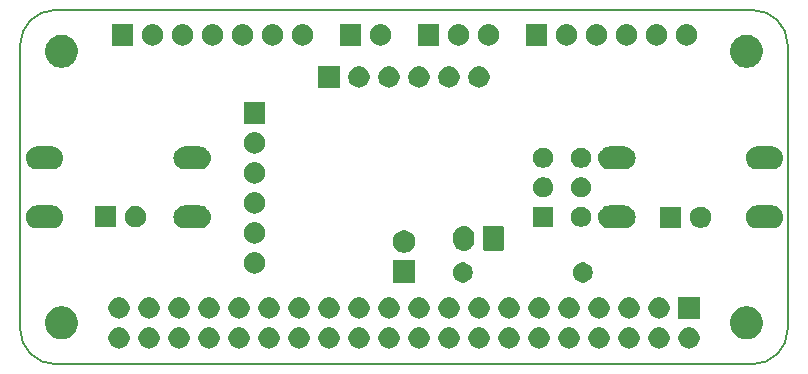
<source format=gbr>
%TF.GenerationSoftware,KiCad,Pcbnew,(5.1.5-0-10_14)*%
%TF.CreationDate,2020-02-24T01:19:29+01:00*%
%TF.ProjectId,raspberrypi_zerow_uhat,72617370-6265-4727-9279-70695f7a6572,1.0*%
%TF.SameCoordinates,Original*%
%TF.FileFunction,Soldermask,Bot*%
%TF.FilePolarity,Negative*%
%FSLAX46Y46*%
G04 Gerber Fmt 4.6, Leading zero omitted, Abs format (unit mm)*
G04 Created by KiCad (PCBNEW (5.1.5-0-10_14)) date 2020-02-24 01:19:29*
%MOMM*%
%LPD*%
G04 APERTURE LIST*
%ADD10C,0.150000*%
G04 APERTURE END LIST*
D10*
X160092000Y-96468000D02*
X160092000Y-120468000D01*
X157092000Y-123468000D02*
X98092000Y-123468000D01*
X156592000Y-93468000D02*
X157092000Y-93468000D01*
X98592000Y-93468000D02*
X98092000Y-93468000D01*
X95092000Y-120468000D02*
X95092000Y-96468000D01*
X160092000Y-120468000D02*
G75*
G02X157092000Y-123468000I-3000000J0D01*
G01*
X157092000Y-93468000D02*
G75*
G02X160092000Y-96468000I0J-3000000D01*
G01*
X95092000Y-96468000D02*
G75*
G02X98092000Y-93468000I3000000J0D01*
G01*
X98092000Y-123468000D02*
G75*
G02X95092000Y-120468000I0J3000000D01*
G01*
X156592000Y-93468000D02*
X98592000Y-93468000D01*
G36*
X151835512Y-120341927D02*
G01*
X151984812Y-120371624D01*
X152148784Y-120439544D01*
X152296354Y-120538147D01*
X152421853Y-120663646D01*
X152520456Y-120811216D01*
X152588376Y-120975188D01*
X152623000Y-121149259D01*
X152623000Y-121326741D01*
X152588376Y-121500812D01*
X152520456Y-121664784D01*
X152421853Y-121812354D01*
X152296354Y-121937853D01*
X152148784Y-122036456D01*
X151984812Y-122104376D01*
X151835512Y-122134073D01*
X151810742Y-122139000D01*
X151633258Y-122139000D01*
X151608488Y-122134073D01*
X151459188Y-122104376D01*
X151295216Y-122036456D01*
X151147646Y-121937853D01*
X151022147Y-121812354D01*
X150923544Y-121664784D01*
X150855624Y-121500812D01*
X150821000Y-121326741D01*
X150821000Y-121149259D01*
X150855624Y-120975188D01*
X150923544Y-120811216D01*
X151022147Y-120663646D01*
X151147646Y-120538147D01*
X151295216Y-120439544D01*
X151459188Y-120371624D01*
X151608488Y-120341927D01*
X151633258Y-120337000D01*
X151810742Y-120337000D01*
X151835512Y-120341927D01*
G37*
G36*
X149295512Y-120341927D02*
G01*
X149444812Y-120371624D01*
X149608784Y-120439544D01*
X149756354Y-120538147D01*
X149881853Y-120663646D01*
X149980456Y-120811216D01*
X150048376Y-120975188D01*
X150083000Y-121149259D01*
X150083000Y-121326741D01*
X150048376Y-121500812D01*
X149980456Y-121664784D01*
X149881853Y-121812354D01*
X149756354Y-121937853D01*
X149608784Y-122036456D01*
X149444812Y-122104376D01*
X149295512Y-122134073D01*
X149270742Y-122139000D01*
X149093258Y-122139000D01*
X149068488Y-122134073D01*
X148919188Y-122104376D01*
X148755216Y-122036456D01*
X148607646Y-121937853D01*
X148482147Y-121812354D01*
X148383544Y-121664784D01*
X148315624Y-121500812D01*
X148281000Y-121326741D01*
X148281000Y-121149259D01*
X148315624Y-120975188D01*
X148383544Y-120811216D01*
X148482147Y-120663646D01*
X148607646Y-120538147D01*
X148755216Y-120439544D01*
X148919188Y-120371624D01*
X149068488Y-120341927D01*
X149093258Y-120337000D01*
X149270742Y-120337000D01*
X149295512Y-120341927D01*
G37*
G36*
X146755512Y-120341927D02*
G01*
X146904812Y-120371624D01*
X147068784Y-120439544D01*
X147216354Y-120538147D01*
X147341853Y-120663646D01*
X147440456Y-120811216D01*
X147508376Y-120975188D01*
X147543000Y-121149259D01*
X147543000Y-121326741D01*
X147508376Y-121500812D01*
X147440456Y-121664784D01*
X147341853Y-121812354D01*
X147216354Y-121937853D01*
X147068784Y-122036456D01*
X146904812Y-122104376D01*
X146755512Y-122134073D01*
X146730742Y-122139000D01*
X146553258Y-122139000D01*
X146528488Y-122134073D01*
X146379188Y-122104376D01*
X146215216Y-122036456D01*
X146067646Y-121937853D01*
X145942147Y-121812354D01*
X145843544Y-121664784D01*
X145775624Y-121500812D01*
X145741000Y-121326741D01*
X145741000Y-121149259D01*
X145775624Y-120975188D01*
X145843544Y-120811216D01*
X145942147Y-120663646D01*
X146067646Y-120538147D01*
X146215216Y-120439544D01*
X146379188Y-120371624D01*
X146528488Y-120341927D01*
X146553258Y-120337000D01*
X146730742Y-120337000D01*
X146755512Y-120341927D01*
G37*
G36*
X144215512Y-120341927D02*
G01*
X144364812Y-120371624D01*
X144528784Y-120439544D01*
X144676354Y-120538147D01*
X144801853Y-120663646D01*
X144900456Y-120811216D01*
X144968376Y-120975188D01*
X145003000Y-121149259D01*
X145003000Y-121326741D01*
X144968376Y-121500812D01*
X144900456Y-121664784D01*
X144801853Y-121812354D01*
X144676354Y-121937853D01*
X144528784Y-122036456D01*
X144364812Y-122104376D01*
X144215512Y-122134073D01*
X144190742Y-122139000D01*
X144013258Y-122139000D01*
X143988488Y-122134073D01*
X143839188Y-122104376D01*
X143675216Y-122036456D01*
X143527646Y-121937853D01*
X143402147Y-121812354D01*
X143303544Y-121664784D01*
X143235624Y-121500812D01*
X143201000Y-121326741D01*
X143201000Y-121149259D01*
X143235624Y-120975188D01*
X143303544Y-120811216D01*
X143402147Y-120663646D01*
X143527646Y-120538147D01*
X143675216Y-120439544D01*
X143839188Y-120371624D01*
X143988488Y-120341927D01*
X144013258Y-120337000D01*
X144190742Y-120337000D01*
X144215512Y-120341927D01*
G37*
G36*
X141675512Y-120341927D02*
G01*
X141824812Y-120371624D01*
X141988784Y-120439544D01*
X142136354Y-120538147D01*
X142261853Y-120663646D01*
X142360456Y-120811216D01*
X142428376Y-120975188D01*
X142463000Y-121149259D01*
X142463000Y-121326741D01*
X142428376Y-121500812D01*
X142360456Y-121664784D01*
X142261853Y-121812354D01*
X142136354Y-121937853D01*
X141988784Y-122036456D01*
X141824812Y-122104376D01*
X141675512Y-122134073D01*
X141650742Y-122139000D01*
X141473258Y-122139000D01*
X141448488Y-122134073D01*
X141299188Y-122104376D01*
X141135216Y-122036456D01*
X140987646Y-121937853D01*
X140862147Y-121812354D01*
X140763544Y-121664784D01*
X140695624Y-121500812D01*
X140661000Y-121326741D01*
X140661000Y-121149259D01*
X140695624Y-120975188D01*
X140763544Y-120811216D01*
X140862147Y-120663646D01*
X140987646Y-120538147D01*
X141135216Y-120439544D01*
X141299188Y-120371624D01*
X141448488Y-120341927D01*
X141473258Y-120337000D01*
X141650742Y-120337000D01*
X141675512Y-120341927D01*
G37*
G36*
X139135512Y-120341927D02*
G01*
X139284812Y-120371624D01*
X139448784Y-120439544D01*
X139596354Y-120538147D01*
X139721853Y-120663646D01*
X139820456Y-120811216D01*
X139888376Y-120975188D01*
X139923000Y-121149259D01*
X139923000Y-121326741D01*
X139888376Y-121500812D01*
X139820456Y-121664784D01*
X139721853Y-121812354D01*
X139596354Y-121937853D01*
X139448784Y-122036456D01*
X139284812Y-122104376D01*
X139135512Y-122134073D01*
X139110742Y-122139000D01*
X138933258Y-122139000D01*
X138908488Y-122134073D01*
X138759188Y-122104376D01*
X138595216Y-122036456D01*
X138447646Y-121937853D01*
X138322147Y-121812354D01*
X138223544Y-121664784D01*
X138155624Y-121500812D01*
X138121000Y-121326741D01*
X138121000Y-121149259D01*
X138155624Y-120975188D01*
X138223544Y-120811216D01*
X138322147Y-120663646D01*
X138447646Y-120538147D01*
X138595216Y-120439544D01*
X138759188Y-120371624D01*
X138908488Y-120341927D01*
X138933258Y-120337000D01*
X139110742Y-120337000D01*
X139135512Y-120341927D01*
G37*
G36*
X136595512Y-120341927D02*
G01*
X136744812Y-120371624D01*
X136908784Y-120439544D01*
X137056354Y-120538147D01*
X137181853Y-120663646D01*
X137280456Y-120811216D01*
X137348376Y-120975188D01*
X137383000Y-121149259D01*
X137383000Y-121326741D01*
X137348376Y-121500812D01*
X137280456Y-121664784D01*
X137181853Y-121812354D01*
X137056354Y-121937853D01*
X136908784Y-122036456D01*
X136744812Y-122104376D01*
X136595512Y-122134073D01*
X136570742Y-122139000D01*
X136393258Y-122139000D01*
X136368488Y-122134073D01*
X136219188Y-122104376D01*
X136055216Y-122036456D01*
X135907646Y-121937853D01*
X135782147Y-121812354D01*
X135683544Y-121664784D01*
X135615624Y-121500812D01*
X135581000Y-121326741D01*
X135581000Y-121149259D01*
X135615624Y-120975188D01*
X135683544Y-120811216D01*
X135782147Y-120663646D01*
X135907646Y-120538147D01*
X136055216Y-120439544D01*
X136219188Y-120371624D01*
X136368488Y-120341927D01*
X136393258Y-120337000D01*
X136570742Y-120337000D01*
X136595512Y-120341927D01*
G37*
G36*
X134055512Y-120341927D02*
G01*
X134204812Y-120371624D01*
X134368784Y-120439544D01*
X134516354Y-120538147D01*
X134641853Y-120663646D01*
X134740456Y-120811216D01*
X134808376Y-120975188D01*
X134843000Y-121149259D01*
X134843000Y-121326741D01*
X134808376Y-121500812D01*
X134740456Y-121664784D01*
X134641853Y-121812354D01*
X134516354Y-121937853D01*
X134368784Y-122036456D01*
X134204812Y-122104376D01*
X134055512Y-122134073D01*
X134030742Y-122139000D01*
X133853258Y-122139000D01*
X133828488Y-122134073D01*
X133679188Y-122104376D01*
X133515216Y-122036456D01*
X133367646Y-121937853D01*
X133242147Y-121812354D01*
X133143544Y-121664784D01*
X133075624Y-121500812D01*
X133041000Y-121326741D01*
X133041000Y-121149259D01*
X133075624Y-120975188D01*
X133143544Y-120811216D01*
X133242147Y-120663646D01*
X133367646Y-120538147D01*
X133515216Y-120439544D01*
X133679188Y-120371624D01*
X133828488Y-120341927D01*
X133853258Y-120337000D01*
X134030742Y-120337000D01*
X134055512Y-120341927D01*
G37*
G36*
X131515512Y-120341927D02*
G01*
X131664812Y-120371624D01*
X131828784Y-120439544D01*
X131976354Y-120538147D01*
X132101853Y-120663646D01*
X132200456Y-120811216D01*
X132268376Y-120975188D01*
X132303000Y-121149259D01*
X132303000Y-121326741D01*
X132268376Y-121500812D01*
X132200456Y-121664784D01*
X132101853Y-121812354D01*
X131976354Y-121937853D01*
X131828784Y-122036456D01*
X131664812Y-122104376D01*
X131515512Y-122134073D01*
X131490742Y-122139000D01*
X131313258Y-122139000D01*
X131288488Y-122134073D01*
X131139188Y-122104376D01*
X130975216Y-122036456D01*
X130827646Y-121937853D01*
X130702147Y-121812354D01*
X130603544Y-121664784D01*
X130535624Y-121500812D01*
X130501000Y-121326741D01*
X130501000Y-121149259D01*
X130535624Y-120975188D01*
X130603544Y-120811216D01*
X130702147Y-120663646D01*
X130827646Y-120538147D01*
X130975216Y-120439544D01*
X131139188Y-120371624D01*
X131288488Y-120341927D01*
X131313258Y-120337000D01*
X131490742Y-120337000D01*
X131515512Y-120341927D01*
G37*
G36*
X128975512Y-120341927D02*
G01*
X129124812Y-120371624D01*
X129288784Y-120439544D01*
X129436354Y-120538147D01*
X129561853Y-120663646D01*
X129660456Y-120811216D01*
X129728376Y-120975188D01*
X129763000Y-121149259D01*
X129763000Y-121326741D01*
X129728376Y-121500812D01*
X129660456Y-121664784D01*
X129561853Y-121812354D01*
X129436354Y-121937853D01*
X129288784Y-122036456D01*
X129124812Y-122104376D01*
X128975512Y-122134073D01*
X128950742Y-122139000D01*
X128773258Y-122139000D01*
X128748488Y-122134073D01*
X128599188Y-122104376D01*
X128435216Y-122036456D01*
X128287646Y-121937853D01*
X128162147Y-121812354D01*
X128063544Y-121664784D01*
X127995624Y-121500812D01*
X127961000Y-121326741D01*
X127961000Y-121149259D01*
X127995624Y-120975188D01*
X128063544Y-120811216D01*
X128162147Y-120663646D01*
X128287646Y-120538147D01*
X128435216Y-120439544D01*
X128599188Y-120371624D01*
X128748488Y-120341927D01*
X128773258Y-120337000D01*
X128950742Y-120337000D01*
X128975512Y-120341927D01*
G37*
G36*
X126435512Y-120341927D02*
G01*
X126584812Y-120371624D01*
X126748784Y-120439544D01*
X126896354Y-120538147D01*
X127021853Y-120663646D01*
X127120456Y-120811216D01*
X127188376Y-120975188D01*
X127223000Y-121149259D01*
X127223000Y-121326741D01*
X127188376Y-121500812D01*
X127120456Y-121664784D01*
X127021853Y-121812354D01*
X126896354Y-121937853D01*
X126748784Y-122036456D01*
X126584812Y-122104376D01*
X126435512Y-122134073D01*
X126410742Y-122139000D01*
X126233258Y-122139000D01*
X126208488Y-122134073D01*
X126059188Y-122104376D01*
X125895216Y-122036456D01*
X125747646Y-121937853D01*
X125622147Y-121812354D01*
X125523544Y-121664784D01*
X125455624Y-121500812D01*
X125421000Y-121326741D01*
X125421000Y-121149259D01*
X125455624Y-120975188D01*
X125523544Y-120811216D01*
X125622147Y-120663646D01*
X125747646Y-120538147D01*
X125895216Y-120439544D01*
X126059188Y-120371624D01*
X126208488Y-120341927D01*
X126233258Y-120337000D01*
X126410742Y-120337000D01*
X126435512Y-120341927D01*
G37*
G36*
X123895512Y-120341927D02*
G01*
X124044812Y-120371624D01*
X124208784Y-120439544D01*
X124356354Y-120538147D01*
X124481853Y-120663646D01*
X124580456Y-120811216D01*
X124648376Y-120975188D01*
X124683000Y-121149259D01*
X124683000Y-121326741D01*
X124648376Y-121500812D01*
X124580456Y-121664784D01*
X124481853Y-121812354D01*
X124356354Y-121937853D01*
X124208784Y-122036456D01*
X124044812Y-122104376D01*
X123895512Y-122134073D01*
X123870742Y-122139000D01*
X123693258Y-122139000D01*
X123668488Y-122134073D01*
X123519188Y-122104376D01*
X123355216Y-122036456D01*
X123207646Y-121937853D01*
X123082147Y-121812354D01*
X122983544Y-121664784D01*
X122915624Y-121500812D01*
X122881000Y-121326741D01*
X122881000Y-121149259D01*
X122915624Y-120975188D01*
X122983544Y-120811216D01*
X123082147Y-120663646D01*
X123207646Y-120538147D01*
X123355216Y-120439544D01*
X123519188Y-120371624D01*
X123668488Y-120341927D01*
X123693258Y-120337000D01*
X123870742Y-120337000D01*
X123895512Y-120341927D01*
G37*
G36*
X121355512Y-120341927D02*
G01*
X121504812Y-120371624D01*
X121668784Y-120439544D01*
X121816354Y-120538147D01*
X121941853Y-120663646D01*
X122040456Y-120811216D01*
X122108376Y-120975188D01*
X122143000Y-121149259D01*
X122143000Y-121326741D01*
X122108376Y-121500812D01*
X122040456Y-121664784D01*
X121941853Y-121812354D01*
X121816354Y-121937853D01*
X121668784Y-122036456D01*
X121504812Y-122104376D01*
X121355512Y-122134073D01*
X121330742Y-122139000D01*
X121153258Y-122139000D01*
X121128488Y-122134073D01*
X120979188Y-122104376D01*
X120815216Y-122036456D01*
X120667646Y-121937853D01*
X120542147Y-121812354D01*
X120443544Y-121664784D01*
X120375624Y-121500812D01*
X120341000Y-121326741D01*
X120341000Y-121149259D01*
X120375624Y-120975188D01*
X120443544Y-120811216D01*
X120542147Y-120663646D01*
X120667646Y-120538147D01*
X120815216Y-120439544D01*
X120979188Y-120371624D01*
X121128488Y-120341927D01*
X121153258Y-120337000D01*
X121330742Y-120337000D01*
X121355512Y-120341927D01*
G37*
G36*
X118815512Y-120341927D02*
G01*
X118964812Y-120371624D01*
X119128784Y-120439544D01*
X119276354Y-120538147D01*
X119401853Y-120663646D01*
X119500456Y-120811216D01*
X119568376Y-120975188D01*
X119603000Y-121149259D01*
X119603000Y-121326741D01*
X119568376Y-121500812D01*
X119500456Y-121664784D01*
X119401853Y-121812354D01*
X119276354Y-121937853D01*
X119128784Y-122036456D01*
X118964812Y-122104376D01*
X118815512Y-122134073D01*
X118790742Y-122139000D01*
X118613258Y-122139000D01*
X118588488Y-122134073D01*
X118439188Y-122104376D01*
X118275216Y-122036456D01*
X118127646Y-121937853D01*
X118002147Y-121812354D01*
X117903544Y-121664784D01*
X117835624Y-121500812D01*
X117801000Y-121326741D01*
X117801000Y-121149259D01*
X117835624Y-120975188D01*
X117903544Y-120811216D01*
X118002147Y-120663646D01*
X118127646Y-120538147D01*
X118275216Y-120439544D01*
X118439188Y-120371624D01*
X118588488Y-120341927D01*
X118613258Y-120337000D01*
X118790742Y-120337000D01*
X118815512Y-120341927D01*
G37*
G36*
X116275512Y-120341927D02*
G01*
X116424812Y-120371624D01*
X116588784Y-120439544D01*
X116736354Y-120538147D01*
X116861853Y-120663646D01*
X116960456Y-120811216D01*
X117028376Y-120975188D01*
X117063000Y-121149259D01*
X117063000Y-121326741D01*
X117028376Y-121500812D01*
X116960456Y-121664784D01*
X116861853Y-121812354D01*
X116736354Y-121937853D01*
X116588784Y-122036456D01*
X116424812Y-122104376D01*
X116275512Y-122134073D01*
X116250742Y-122139000D01*
X116073258Y-122139000D01*
X116048488Y-122134073D01*
X115899188Y-122104376D01*
X115735216Y-122036456D01*
X115587646Y-121937853D01*
X115462147Y-121812354D01*
X115363544Y-121664784D01*
X115295624Y-121500812D01*
X115261000Y-121326741D01*
X115261000Y-121149259D01*
X115295624Y-120975188D01*
X115363544Y-120811216D01*
X115462147Y-120663646D01*
X115587646Y-120538147D01*
X115735216Y-120439544D01*
X115899188Y-120371624D01*
X116048488Y-120341927D01*
X116073258Y-120337000D01*
X116250742Y-120337000D01*
X116275512Y-120341927D01*
G37*
G36*
X113735512Y-120341927D02*
G01*
X113884812Y-120371624D01*
X114048784Y-120439544D01*
X114196354Y-120538147D01*
X114321853Y-120663646D01*
X114420456Y-120811216D01*
X114488376Y-120975188D01*
X114523000Y-121149259D01*
X114523000Y-121326741D01*
X114488376Y-121500812D01*
X114420456Y-121664784D01*
X114321853Y-121812354D01*
X114196354Y-121937853D01*
X114048784Y-122036456D01*
X113884812Y-122104376D01*
X113735512Y-122134073D01*
X113710742Y-122139000D01*
X113533258Y-122139000D01*
X113508488Y-122134073D01*
X113359188Y-122104376D01*
X113195216Y-122036456D01*
X113047646Y-121937853D01*
X112922147Y-121812354D01*
X112823544Y-121664784D01*
X112755624Y-121500812D01*
X112721000Y-121326741D01*
X112721000Y-121149259D01*
X112755624Y-120975188D01*
X112823544Y-120811216D01*
X112922147Y-120663646D01*
X113047646Y-120538147D01*
X113195216Y-120439544D01*
X113359188Y-120371624D01*
X113508488Y-120341927D01*
X113533258Y-120337000D01*
X113710742Y-120337000D01*
X113735512Y-120341927D01*
G37*
G36*
X111195512Y-120341927D02*
G01*
X111344812Y-120371624D01*
X111508784Y-120439544D01*
X111656354Y-120538147D01*
X111781853Y-120663646D01*
X111880456Y-120811216D01*
X111948376Y-120975188D01*
X111983000Y-121149259D01*
X111983000Y-121326741D01*
X111948376Y-121500812D01*
X111880456Y-121664784D01*
X111781853Y-121812354D01*
X111656354Y-121937853D01*
X111508784Y-122036456D01*
X111344812Y-122104376D01*
X111195512Y-122134073D01*
X111170742Y-122139000D01*
X110993258Y-122139000D01*
X110968488Y-122134073D01*
X110819188Y-122104376D01*
X110655216Y-122036456D01*
X110507646Y-121937853D01*
X110382147Y-121812354D01*
X110283544Y-121664784D01*
X110215624Y-121500812D01*
X110181000Y-121326741D01*
X110181000Y-121149259D01*
X110215624Y-120975188D01*
X110283544Y-120811216D01*
X110382147Y-120663646D01*
X110507646Y-120538147D01*
X110655216Y-120439544D01*
X110819188Y-120371624D01*
X110968488Y-120341927D01*
X110993258Y-120337000D01*
X111170742Y-120337000D01*
X111195512Y-120341927D01*
G37*
G36*
X108655512Y-120341927D02*
G01*
X108804812Y-120371624D01*
X108968784Y-120439544D01*
X109116354Y-120538147D01*
X109241853Y-120663646D01*
X109340456Y-120811216D01*
X109408376Y-120975188D01*
X109443000Y-121149259D01*
X109443000Y-121326741D01*
X109408376Y-121500812D01*
X109340456Y-121664784D01*
X109241853Y-121812354D01*
X109116354Y-121937853D01*
X108968784Y-122036456D01*
X108804812Y-122104376D01*
X108655512Y-122134073D01*
X108630742Y-122139000D01*
X108453258Y-122139000D01*
X108428488Y-122134073D01*
X108279188Y-122104376D01*
X108115216Y-122036456D01*
X107967646Y-121937853D01*
X107842147Y-121812354D01*
X107743544Y-121664784D01*
X107675624Y-121500812D01*
X107641000Y-121326741D01*
X107641000Y-121149259D01*
X107675624Y-120975188D01*
X107743544Y-120811216D01*
X107842147Y-120663646D01*
X107967646Y-120538147D01*
X108115216Y-120439544D01*
X108279188Y-120371624D01*
X108428488Y-120341927D01*
X108453258Y-120337000D01*
X108630742Y-120337000D01*
X108655512Y-120341927D01*
G37*
G36*
X106115512Y-120341927D02*
G01*
X106264812Y-120371624D01*
X106428784Y-120439544D01*
X106576354Y-120538147D01*
X106701853Y-120663646D01*
X106800456Y-120811216D01*
X106868376Y-120975188D01*
X106903000Y-121149259D01*
X106903000Y-121326741D01*
X106868376Y-121500812D01*
X106800456Y-121664784D01*
X106701853Y-121812354D01*
X106576354Y-121937853D01*
X106428784Y-122036456D01*
X106264812Y-122104376D01*
X106115512Y-122134073D01*
X106090742Y-122139000D01*
X105913258Y-122139000D01*
X105888488Y-122134073D01*
X105739188Y-122104376D01*
X105575216Y-122036456D01*
X105427646Y-121937853D01*
X105302147Y-121812354D01*
X105203544Y-121664784D01*
X105135624Y-121500812D01*
X105101000Y-121326741D01*
X105101000Y-121149259D01*
X105135624Y-120975188D01*
X105203544Y-120811216D01*
X105302147Y-120663646D01*
X105427646Y-120538147D01*
X105575216Y-120439544D01*
X105739188Y-120371624D01*
X105888488Y-120341927D01*
X105913258Y-120337000D01*
X106090742Y-120337000D01*
X106115512Y-120341927D01*
G37*
G36*
X103575512Y-120341927D02*
G01*
X103724812Y-120371624D01*
X103888784Y-120439544D01*
X104036354Y-120538147D01*
X104161853Y-120663646D01*
X104260456Y-120811216D01*
X104328376Y-120975188D01*
X104363000Y-121149259D01*
X104363000Y-121326741D01*
X104328376Y-121500812D01*
X104260456Y-121664784D01*
X104161853Y-121812354D01*
X104036354Y-121937853D01*
X103888784Y-122036456D01*
X103724812Y-122104376D01*
X103575512Y-122134073D01*
X103550742Y-122139000D01*
X103373258Y-122139000D01*
X103348488Y-122134073D01*
X103199188Y-122104376D01*
X103035216Y-122036456D01*
X102887646Y-121937853D01*
X102762147Y-121812354D01*
X102663544Y-121664784D01*
X102595624Y-121500812D01*
X102561000Y-121326741D01*
X102561000Y-121149259D01*
X102595624Y-120975188D01*
X102663544Y-120811216D01*
X102762147Y-120663646D01*
X102887646Y-120538147D01*
X103035216Y-120439544D01*
X103199188Y-120371624D01*
X103348488Y-120341927D01*
X103373258Y-120337000D01*
X103550742Y-120337000D01*
X103575512Y-120341927D01*
G37*
G36*
X98910433Y-118602893D02*
G01*
X99000657Y-118620839D01*
X99106267Y-118664585D01*
X99255621Y-118726449D01*
X99255622Y-118726450D01*
X99485086Y-118879772D01*
X99680228Y-119074914D01*
X99782675Y-119228237D01*
X99833551Y-119304379D01*
X99939161Y-119559344D01*
X99993000Y-119830012D01*
X99993000Y-120105988D01*
X99939161Y-120376656D01*
X99833551Y-120631621D01*
X99812152Y-120663647D01*
X99680228Y-120861086D01*
X99485086Y-121056228D01*
X99345856Y-121149258D01*
X99255621Y-121209551D01*
X99106267Y-121271415D01*
X99000657Y-121315161D01*
X98910433Y-121333107D01*
X98729988Y-121369000D01*
X98454012Y-121369000D01*
X98273567Y-121333107D01*
X98183343Y-121315161D01*
X98077733Y-121271415D01*
X97928379Y-121209551D01*
X97838144Y-121149258D01*
X97698914Y-121056228D01*
X97503772Y-120861086D01*
X97371848Y-120663647D01*
X97350449Y-120631621D01*
X97244839Y-120376656D01*
X97191000Y-120105988D01*
X97191000Y-119830012D01*
X97244839Y-119559344D01*
X97350449Y-119304379D01*
X97401325Y-119228237D01*
X97503772Y-119074914D01*
X97698914Y-118879772D01*
X97928378Y-118726450D01*
X97928379Y-118726449D01*
X98077733Y-118664585D01*
X98183343Y-118620839D01*
X98273567Y-118602893D01*
X98454012Y-118567000D01*
X98729988Y-118567000D01*
X98910433Y-118602893D01*
G37*
G36*
X156910433Y-118602893D02*
G01*
X157000657Y-118620839D01*
X157106267Y-118664585D01*
X157255621Y-118726449D01*
X157255622Y-118726450D01*
X157485086Y-118879772D01*
X157680228Y-119074914D01*
X157782675Y-119228237D01*
X157833551Y-119304379D01*
X157939161Y-119559344D01*
X157993000Y-119830012D01*
X157993000Y-120105988D01*
X157939161Y-120376656D01*
X157833551Y-120631621D01*
X157812152Y-120663647D01*
X157680228Y-120861086D01*
X157485086Y-121056228D01*
X157345856Y-121149258D01*
X157255621Y-121209551D01*
X157106267Y-121271415D01*
X157000657Y-121315161D01*
X156910433Y-121333107D01*
X156729988Y-121369000D01*
X156454012Y-121369000D01*
X156273567Y-121333107D01*
X156183343Y-121315161D01*
X156077733Y-121271415D01*
X155928379Y-121209551D01*
X155838144Y-121149258D01*
X155698914Y-121056228D01*
X155503772Y-120861086D01*
X155371848Y-120663647D01*
X155350449Y-120631621D01*
X155244839Y-120376656D01*
X155191000Y-120105988D01*
X155191000Y-119830012D01*
X155244839Y-119559344D01*
X155350449Y-119304379D01*
X155401325Y-119228237D01*
X155503772Y-119074914D01*
X155698914Y-118879772D01*
X155928378Y-118726450D01*
X155928379Y-118726449D01*
X156077733Y-118664585D01*
X156183343Y-118620839D01*
X156273567Y-118602893D01*
X156454012Y-118567000D01*
X156729988Y-118567000D01*
X156910433Y-118602893D01*
G37*
G36*
X106115512Y-117801927D02*
G01*
X106264812Y-117831624D01*
X106428784Y-117899544D01*
X106576354Y-117998147D01*
X106701853Y-118123646D01*
X106800456Y-118271216D01*
X106868376Y-118435188D01*
X106903000Y-118609259D01*
X106903000Y-118786741D01*
X106868376Y-118960812D01*
X106800456Y-119124784D01*
X106701853Y-119272354D01*
X106576354Y-119397853D01*
X106428784Y-119496456D01*
X106264812Y-119564376D01*
X106115512Y-119594073D01*
X106090742Y-119599000D01*
X105913258Y-119599000D01*
X105888488Y-119594073D01*
X105739188Y-119564376D01*
X105575216Y-119496456D01*
X105427646Y-119397853D01*
X105302147Y-119272354D01*
X105203544Y-119124784D01*
X105135624Y-118960812D01*
X105101000Y-118786741D01*
X105101000Y-118609259D01*
X105135624Y-118435188D01*
X105203544Y-118271216D01*
X105302147Y-118123646D01*
X105427646Y-117998147D01*
X105575216Y-117899544D01*
X105739188Y-117831624D01*
X105888488Y-117801927D01*
X105913258Y-117797000D01*
X106090742Y-117797000D01*
X106115512Y-117801927D01*
G37*
G36*
X118815512Y-117801927D02*
G01*
X118964812Y-117831624D01*
X119128784Y-117899544D01*
X119276354Y-117998147D01*
X119401853Y-118123646D01*
X119500456Y-118271216D01*
X119568376Y-118435188D01*
X119603000Y-118609259D01*
X119603000Y-118786741D01*
X119568376Y-118960812D01*
X119500456Y-119124784D01*
X119401853Y-119272354D01*
X119276354Y-119397853D01*
X119128784Y-119496456D01*
X118964812Y-119564376D01*
X118815512Y-119594073D01*
X118790742Y-119599000D01*
X118613258Y-119599000D01*
X118588488Y-119594073D01*
X118439188Y-119564376D01*
X118275216Y-119496456D01*
X118127646Y-119397853D01*
X118002147Y-119272354D01*
X117903544Y-119124784D01*
X117835624Y-118960812D01*
X117801000Y-118786741D01*
X117801000Y-118609259D01*
X117835624Y-118435188D01*
X117903544Y-118271216D01*
X118002147Y-118123646D01*
X118127646Y-117998147D01*
X118275216Y-117899544D01*
X118439188Y-117831624D01*
X118588488Y-117801927D01*
X118613258Y-117797000D01*
X118790742Y-117797000D01*
X118815512Y-117801927D01*
G37*
G36*
X146755512Y-117801927D02*
G01*
X146904812Y-117831624D01*
X147068784Y-117899544D01*
X147216354Y-117998147D01*
X147341853Y-118123646D01*
X147440456Y-118271216D01*
X147508376Y-118435188D01*
X147543000Y-118609259D01*
X147543000Y-118786741D01*
X147508376Y-118960812D01*
X147440456Y-119124784D01*
X147341853Y-119272354D01*
X147216354Y-119397853D01*
X147068784Y-119496456D01*
X146904812Y-119564376D01*
X146755512Y-119594073D01*
X146730742Y-119599000D01*
X146553258Y-119599000D01*
X146528488Y-119594073D01*
X146379188Y-119564376D01*
X146215216Y-119496456D01*
X146067646Y-119397853D01*
X145942147Y-119272354D01*
X145843544Y-119124784D01*
X145775624Y-118960812D01*
X145741000Y-118786741D01*
X145741000Y-118609259D01*
X145775624Y-118435188D01*
X145843544Y-118271216D01*
X145942147Y-118123646D01*
X146067646Y-117998147D01*
X146215216Y-117899544D01*
X146379188Y-117831624D01*
X146528488Y-117801927D01*
X146553258Y-117797000D01*
X146730742Y-117797000D01*
X146755512Y-117801927D01*
G37*
G36*
X103575512Y-117801927D02*
G01*
X103724812Y-117831624D01*
X103888784Y-117899544D01*
X104036354Y-117998147D01*
X104161853Y-118123646D01*
X104260456Y-118271216D01*
X104328376Y-118435188D01*
X104363000Y-118609259D01*
X104363000Y-118786741D01*
X104328376Y-118960812D01*
X104260456Y-119124784D01*
X104161853Y-119272354D01*
X104036354Y-119397853D01*
X103888784Y-119496456D01*
X103724812Y-119564376D01*
X103575512Y-119594073D01*
X103550742Y-119599000D01*
X103373258Y-119599000D01*
X103348488Y-119594073D01*
X103199188Y-119564376D01*
X103035216Y-119496456D01*
X102887646Y-119397853D01*
X102762147Y-119272354D01*
X102663544Y-119124784D01*
X102595624Y-118960812D01*
X102561000Y-118786741D01*
X102561000Y-118609259D01*
X102595624Y-118435188D01*
X102663544Y-118271216D01*
X102762147Y-118123646D01*
X102887646Y-117998147D01*
X103035216Y-117899544D01*
X103199188Y-117831624D01*
X103348488Y-117801927D01*
X103373258Y-117797000D01*
X103550742Y-117797000D01*
X103575512Y-117801927D01*
G37*
G36*
X149295512Y-117801927D02*
G01*
X149444812Y-117831624D01*
X149608784Y-117899544D01*
X149756354Y-117998147D01*
X149881853Y-118123646D01*
X149980456Y-118271216D01*
X150048376Y-118435188D01*
X150083000Y-118609259D01*
X150083000Y-118786741D01*
X150048376Y-118960812D01*
X149980456Y-119124784D01*
X149881853Y-119272354D01*
X149756354Y-119397853D01*
X149608784Y-119496456D01*
X149444812Y-119564376D01*
X149295512Y-119594073D01*
X149270742Y-119599000D01*
X149093258Y-119599000D01*
X149068488Y-119594073D01*
X148919188Y-119564376D01*
X148755216Y-119496456D01*
X148607646Y-119397853D01*
X148482147Y-119272354D01*
X148383544Y-119124784D01*
X148315624Y-118960812D01*
X148281000Y-118786741D01*
X148281000Y-118609259D01*
X148315624Y-118435188D01*
X148383544Y-118271216D01*
X148482147Y-118123646D01*
X148607646Y-117998147D01*
X148755216Y-117899544D01*
X148919188Y-117831624D01*
X149068488Y-117801927D01*
X149093258Y-117797000D01*
X149270742Y-117797000D01*
X149295512Y-117801927D01*
G37*
G36*
X152623000Y-119599000D02*
G01*
X150821000Y-119599000D01*
X150821000Y-117797000D01*
X152623000Y-117797000D01*
X152623000Y-119599000D01*
G37*
G36*
X144215512Y-117801927D02*
G01*
X144364812Y-117831624D01*
X144528784Y-117899544D01*
X144676354Y-117998147D01*
X144801853Y-118123646D01*
X144900456Y-118271216D01*
X144968376Y-118435188D01*
X145003000Y-118609259D01*
X145003000Y-118786741D01*
X144968376Y-118960812D01*
X144900456Y-119124784D01*
X144801853Y-119272354D01*
X144676354Y-119397853D01*
X144528784Y-119496456D01*
X144364812Y-119564376D01*
X144215512Y-119594073D01*
X144190742Y-119599000D01*
X144013258Y-119599000D01*
X143988488Y-119594073D01*
X143839188Y-119564376D01*
X143675216Y-119496456D01*
X143527646Y-119397853D01*
X143402147Y-119272354D01*
X143303544Y-119124784D01*
X143235624Y-118960812D01*
X143201000Y-118786741D01*
X143201000Y-118609259D01*
X143235624Y-118435188D01*
X143303544Y-118271216D01*
X143402147Y-118123646D01*
X143527646Y-117998147D01*
X143675216Y-117899544D01*
X143839188Y-117831624D01*
X143988488Y-117801927D01*
X144013258Y-117797000D01*
X144190742Y-117797000D01*
X144215512Y-117801927D01*
G37*
G36*
X141675512Y-117801927D02*
G01*
X141824812Y-117831624D01*
X141988784Y-117899544D01*
X142136354Y-117998147D01*
X142261853Y-118123646D01*
X142360456Y-118271216D01*
X142428376Y-118435188D01*
X142463000Y-118609259D01*
X142463000Y-118786741D01*
X142428376Y-118960812D01*
X142360456Y-119124784D01*
X142261853Y-119272354D01*
X142136354Y-119397853D01*
X141988784Y-119496456D01*
X141824812Y-119564376D01*
X141675512Y-119594073D01*
X141650742Y-119599000D01*
X141473258Y-119599000D01*
X141448488Y-119594073D01*
X141299188Y-119564376D01*
X141135216Y-119496456D01*
X140987646Y-119397853D01*
X140862147Y-119272354D01*
X140763544Y-119124784D01*
X140695624Y-118960812D01*
X140661000Y-118786741D01*
X140661000Y-118609259D01*
X140695624Y-118435188D01*
X140763544Y-118271216D01*
X140862147Y-118123646D01*
X140987646Y-117998147D01*
X141135216Y-117899544D01*
X141299188Y-117831624D01*
X141448488Y-117801927D01*
X141473258Y-117797000D01*
X141650742Y-117797000D01*
X141675512Y-117801927D01*
G37*
G36*
X139135512Y-117801927D02*
G01*
X139284812Y-117831624D01*
X139448784Y-117899544D01*
X139596354Y-117998147D01*
X139721853Y-118123646D01*
X139820456Y-118271216D01*
X139888376Y-118435188D01*
X139923000Y-118609259D01*
X139923000Y-118786741D01*
X139888376Y-118960812D01*
X139820456Y-119124784D01*
X139721853Y-119272354D01*
X139596354Y-119397853D01*
X139448784Y-119496456D01*
X139284812Y-119564376D01*
X139135512Y-119594073D01*
X139110742Y-119599000D01*
X138933258Y-119599000D01*
X138908488Y-119594073D01*
X138759188Y-119564376D01*
X138595216Y-119496456D01*
X138447646Y-119397853D01*
X138322147Y-119272354D01*
X138223544Y-119124784D01*
X138155624Y-118960812D01*
X138121000Y-118786741D01*
X138121000Y-118609259D01*
X138155624Y-118435188D01*
X138223544Y-118271216D01*
X138322147Y-118123646D01*
X138447646Y-117998147D01*
X138595216Y-117899544D01*
X138759188Y-117831624D01*
X138908488Y-117801927D01*
X138933258Y-117797000D01*
X139110742Y-117797000D01*
X139135512Y-117801927D01*
G37*
G36*
X136595512Y-117801927D02*
G01*
X136744812Y-117831624D01*
X136908784Y-117899544D01*
X137056354Y-117998147D01*
X137181853Y-118123646D01*
X137280456Y-118271216D01*
X137348376Y-118435188D01*
X137383000Y-118609259D01*
X137383000Y-118786741D01*
X137348376Y-118960812D01*
X137280456Y-119124784D01*
X137181853Y-119272354D01*
X137056354Y-119397853D01*
X136908784Y-119496456D01*
X136744812Y-119564376D01*
X136595512Y-119594073D01*
X136570742Y-119599000D01*
X136393258Y-119599000D01*
X136368488Y-119594073D01*
X136219188Y-119564376D01*
X136055216Y-119496456D01*
X135907646Y-119397853D01*
X135782147Y-119272354D01*
X135683544Y-119124784D01*
X135615624Y-118960812D01*
X135581000Y-118786741D01*
X135581000Y-118609259D01*
X135615624Y-118435188D01*
X135683544Y-118271216D01*
X135782147Y-118123646D01*
X135907646Y-117998147D01*
X136055216Y-117899544D01*
X136219188Y-117831624D01*
X136368488Y-117801927D01*
X136393258Y-117797000D01*
X136570742Y-117797000D01*
X136595512Y-117801927D01*
G37*
G36*
X134055512Y-117801927D02*
G01*
X134204812Y-117831624D01*
X134368784Y-117899544D01*
X134516354Y-117998147D01*
X134641853Y-118123646D01*
X134740456Y-118271216D01*
X134808376Y-118435188D01*
X134843000Y-118609259D01*
X134843000Y-118786741D01*
X134808376Y-118960812D01*
X134740456Y-119124784D01*
X134641853Y-119272354D01*
X134516354Y-119397853D01*
X134368784Y-119496456D01*
X134204812Y-119564376D01*
X134055512Y-119594073D01*
X134030742Y-119599000D01*
X133853258Y-119599000D01*
X133828488Y-119594073D01*
X133679188Y-119564376D01*
X133515216Y-119496456D01*
X133367646Y-119397853D01*
X133242147Y-119272354D01*
X133143544Y-119124784D01*
X133075624Y-118960812D01*
X133041000Y-118786741D01*
X133041000Y-118609259D01*
X133075624Y-118435188D01*
X133143544Y-118271216D01*
X133242147Y-118123646D01*
X133367646Y-117998147D01*
X133515216Y-117899544D01*
X133679188Y-117831624D01*
X133828488Y-117801927D01*
X133853258Y-117797000D01*
X134030742Y-117797000D01*
X134055512Y-117801927D01*
G37*
G36*
X131515512Y-117801927D02*
G01*
X131664812Y-117831624D01*
X131828784Y-117899544D01*
X131976354Y-117998147D01*
X132101853Y-118123646D01*
X132200456Y-118271216D01*
X132268376Y-118435188D01*
X132303000Y-118609259D01*
X132303000Y-118786741D01*
X132268376Y-118960812D01*
X132200456Y-119124784D01*
X132101853Y-119272354D01*
X131976354Y-119397853D01*
X131828784Y-119496456D01*
X131664812Y-119564376D01*
X131515512Y-119594073D01*
X131490742Y-119599000D01*
X131313258Y-119599000D01*
X131288488Y-119594073D01*
X131139188Y-119564376D01*
X130975216Y-119496456D01*
X130827646Y-119397853D01*
X130702147Y-119272354D01*
X130603544Y-119124784D01*
X130535624Y-118960812D01*
X130501000Y-118786741D01*
X130501000Y-118609259D01*
X130535624Y-118435188D01*
X130603544Y-118271216D01*
X130702147Y-118123646D01*
X130827646Y-117998147D01*
X130975216Y-117899544D01*
X131139188Y-117831624D01*
X131288488Y-117801927D01*
X131313258Y-117797000D01*
X131490742Y-117797000D01*
X131515512Y-117801927D01*
G37*
G36*
X128975512Y-117801927D02*
G01*
X129124812Y-117831624D01*
X129288784Y-117899544D01*
X129436354Y-117998147D01*
X129561853Y-118123646D01*
X129660456Y-118271216D01*
X129728376Y-118435188D01*
X129763000Y-118609259D01*
X129763000Y-118786741D01*
X129728376Y-118960812D01*
X129660456Y-119124784D01*
X129561853Y-119272354D01*
X129436354Y-119397853D01*
X129288784Y-119496456D01*
X129124812Y-119564376D01*
X128975512Y-119594073D01*
X128950742Y-119599000D01*
X128773258Y-119599000D01*
X128748488Y-119594073D01*
X128599188Y-119564376D01*
X128435216Y-119496456D01*
X128287646Y-119397853D01*
X128162147Y-119272354D01*
X128063544Y-119124784D01*
X127995624Y-118960812D01*
X127961000Y-118786741D01*
X127961000Y-118609259D01*
X127995624Y-118435188D01*
X128063544Y-118271216D01*
X128162147Y-118123646D01*
X128287646Y-117998147D01*
X128435216Y-117899544D01*
X128599188Y-117831624D01*
X128748488Y-117801927D01*
X128773258Y-117797000D01*
X128950742Y-117797000D01*
X128975512Y-117801927D01*
G37*
G36*
X126435512Y-117801927D02*
G01*
X126584812Y-117831624D01*
X126748784Y-117899544D01*
X126896354Y-117998147D01*
X127021853Y-118123646D01*
X127120456Y-118271216D01*
X127188376Y-118435188D01*
X127223000Y-118609259D01*
X127223000Y-118786741D01*
X127188376Y-118960812D01*
X127120456Y-119124784D01*
X127021853Y-119272354D01*
X126896354Y-119397853D01*
X126748784Y-119496456D01*
X126584812Y-119564376D01*
X126435512Y-119594073D01*
X126410742Y-119599000D01*
X126233258Y-119599000D01*
X126208488Y-119594073D01*
X126059188Y-119564376D01*
X125895216Y-119496456D01*
X125747646Y-119397853D01*
X125622147Y-119272354D01*
X125523544Y-119124784D01*
X125455624Y-118960812D01*
X125421000Y-118786741D01*
X125421000Y-118609259D01*
X125455624Y-118435188D01*
X125523544Y-118271216D01*
X125622147Y-118123646D01*
X125747646Y-117998147D01*
X125895216Y-117899544D01*
X126059188Y-117831624D01*
X126208488Y-117801927D01*
X126233258Y-117797000D01*
X126410742Y-117797000D01*
X126435512Y-117801927D01*
G37*
G36*
X123895512Y-117801927D02*
G01*
X124044812Y-117831624D01*
X124208784Y-117899544D01*
X124356354Y-117998147D01*
X124481853Y-118123646D01*
X124580456Y-118271216D01*
X124648376Y-118435188D01*
X124683000Y-118609259D01*
X124683000Y-118786741D01*
X124648376Y-118960812D01*
X124580456Y-119124784D01*
X124481853Y-119272354D01*
X124356354Y-119397853D01*
X124208784Y-119496456D01*
X124044812Y-119564376D01*
X123895512Y-119594073D01*
X123870742Y-119599000D01*
X123693258Y-119599000D01*
X123668488Y-119594073D01*
X123519188Y-119564376D01*
X123355216Y-119496456D01*
X123207646Y-119397853D01*
X123082147Y-119272354D01*
X122983544Y-119124784D01*
X122915624Y-118960812D01*
X122881000Y-118786741D01*
X122881000Y-118609259D01*
X122915624Y-118435188D01*
X122983544Y-118271216D01*
X123082147Y-118123646D01*
X123207646Y-117998147D01*
X123355216Y-117899544D01*
X123519188Y-117831624D01*
X123668488Y-117801927D01*
X123693258Y-117797000D01*
X123870742Y-117797000D01*
X123895512Y-117801927D01*
G37*
G36*
X121355512Y-117801927D02*
G01*
X121504812Y-117831624D01*
X121668784Y-117899544D01*
X121816354Y-117998147D01*
X121941853Y-118123646D01*
X122040456Y-118271216D01*
X122108376Y-118435188D01*
X122143000Y-118609259D01*
X122143000Y-118786741D01*
X122108376Y-118960812D01*
X122040456Y-119124784D01*
X121941853Y-119272354D01*
X121816354Y-119397853D01*
X121668784Y-119496456D01*
X121504812Y-119564376D01*
X121355512Y-119594073D01*
X121330742Y-119599000D01*
X121153258Y-119599000D01*
X121128488Y-119594073D01*
X120979188Y-119564376D01*
X120815216Y-119496456D01*
X120667646Y-119397853D01*
X120542147Y-119272354D01*
X120443544Y-119124784D01*
X120375624Y-118960812D01*
X120341000Y-118786741D01*
X120341000Y-118609259D01*
X120375624Y-118435188D01*
X120443544Y-118271216D01*
X120542147Y-118123646D01*
X120667646Y-117998147D01*
X120815216Y-117899544D01*
X120979188Y-117831624D01*
X121128488Y-117801927D01*
X121153258Y-117797000D01*
X121330742Y-117797000D01*
X121355512Y-117801927D01*
G37*
G36*
X108655512Y-117801927D02*
G01*
X108804812Y-117831624D01*
X108968784Y-117899544D01*
X109116354Y-117998147D01*
X109241853Y-118123646D01*
X109340456Y-118271216D01*
X109408376Y-118435188D01*
X109443000Y-118609259D01*
X109443000Y-118786741D01*
X109408376Y-118960812D01*
X109340456Y-119124784D01*
X109241853Y-119272354D01*
X109116354Y-119397853D01*
X108968784Y-119496456D01*
X108804812Y-119564376D01*
X108655512Y-119594073D01*
X108630742Y-119599000D01*
X108453258Y-119599000D01*
X108428488Y-119594073D01*
X108279188Y-119564376D01*
X108115216Y-119496456D01*
X107967646Y-119397853D01*
X107842147Y-119272354D01*
X107743544Y-119124784D01*
X107675624Y-118960812D01*
X107641000Y-118786741D01*
X107641000Y-118609259D01*
X107675624Y-118435188D01*
X107743544Y-118271216D01*
X107842147Y-118123646D01*
X107967646Y-117998147D01*
X108115216Y-117899544D01*
X108279188Y-117831624D01*
X108428488Y-117801927D01*
X108453258Y-117797000D01*
X108630742Y-117797000D01*
X108655512Y-117801927D01*
G37*
G36*
X116275512Y-117801927D02*
G01*
X116424812Y-117831624D01*
X116588784Y-117899544D01*
X116736354Y-117998147D01*
X116861853Y-118123646D01*
X116960456Y-118271216D01*
X117028376Y-118435188D01*
X117063000Y-118609259D01*
X117063000Y-118786741D01*
X117028376Y-118960812D01*
X116960456Y-119124784D01*
X116861853Y-119272354D01*
X116736354Y-119397853D01*
X116588784Y-119496456D01*
X116424812Y-119564376D01*
X116275512Y-119594073D01*
X116250742Y-119599000D01*
X116073258Y-119599000D01*
X116048488Y-119594073D01*
X115899188Y-119564376D01*
X115735216Y-119496456D01*
X115587646Y-119397853D01*
X115462147Y-119272354D01*
X115363544Y-119124784D01*
X115295624Y-118960812D01*
X115261000Y-118786741D01*
X115261000Y-118609259D01*
X115295624Y-118435188D01*
X115363544Y-118271216D01*
X115462147Y-118123646D01*
X115587646Y-117998147D01*
X115735216Y-117899544D01*
X115899188Y-117831624D01*
X116048488Y-117801927D01*
X116073258Y-117797000D01*
X116250742Y-117797000D01*
X116275512Y-117801927D01*
G37*
G36*
X113735512Y-117801927D02*
G01*
X113884812Y-117831624D01*
X114048784Y-117899544D01*
X114196354Y-117998147D01*
X114321853Y-118123646D01*
X114420456Y-118271216D01*
X114488376Y-118435188D01*
X114523000Y-118609259D01*
X114523000Y-118786741D01*
X114488376Y-118960812D01*
X114420456Y-119124784D01*
X114321853Y-119272354D01*
X114196354Y-119397853D01*
X114048784Y-119496456D01*
X113884812Y-119564376D01*
X113735512Y-119594073D01*
X113710742Y-119599000D01*
X113533258Y-119599000D01*
X113508488Y-119594073D01*
X113359188Y-119564376D01*
X113195216Y-119496456D01*
X113047646Y-119397853D01*
X112922147Y-119272354D01*
X112823544Y-119124784D01*
X112755624Y-118960812D01*
X112721000Y-118786741D01*
X112721000Y-118609259D01*
X112755624Y-118435188D01*
X112823544Y-118271216D01*
X112922147Y-118123646D01*
X113047646Y-117998147D01*
X113195216Y-117899544D01*
X113359188Y-117831624D01*
X113508488Y-117801927D01*
X113533258Y-117797000D01*
X113710742Y-117797000D01*
X113735512Y-117801927D01*
G37*
G36*
X111195512Y-117801927D02*
G01*
X111344812Y-117831624D01*
X111508784Y-117899544D01*
X111656354Y-117998147D01*
X111781853Y-118123646D01*
X111880456Y-118271216D01*
X111948376Y-118435188D01*
X111983000Y-118609259D01*
X111983000Y-118786741D01*
X111948376Y-118960812D01*
X111880456Y-119124784D01*
X111781853Y-119272354D01*
X111656354Y-119397853D01*
X111508784Y-119496456D01*
X111344812Y-119564376D01*
X111195512Y-119594073D01*
X111170742Y-119599000D01*
X110993258Y-119599000D01*
X110968488Y-119594073D01*
X110819188Y-119564376D01*
X110655216Y-119496456D01*
X110507646Y-119397853D01*
X110382147Y-119272354D01*
X110283544Y-119124784D01*
X110215624Y-118960812D01*
X110181000Y-118786741D01*
X110181000Y-118609259D01*
X110215624Y-118435188D01*
X110283544Y-118271216D01*
X110382147Y-118123646D01*
X110507646Y-117998147D01*
X110655216Y-117899544D01*
X110819188Y-117831624D01*
X110968488Y-117801927D01*
X110993258Y-117797000D01*
X111170742Y-117797000D01*
X111195512Y-117801927D01*
G37*
G36*
X128542200Y-116578800D02*
G01*
X126640200Y-116578800D01*
X126640200Y-114676800D01*
X128542200Y-114676800D01*
X128542200Y-116578800D01*
G37*
G36*
X132811828Y-114882503D02*
G01*
X132966700Y-114946653D01*
X133106081Y-115039785D01*
X133224615Y-115158319D01*
X133317747Y-115297700D01*
X133381897Y-115452572D01*
X133414600Y-115616984D01*
X133414600Y-115784616D01*
X133381897Y-115949028D01*
X133317747Y-116103900D01*
X133224615Y-116243281D01*
X133106081Y-116361815D01*
X132966700Y-116454947D01*
X132811828Y-116519097D01*
X132647416Y-116551800D01*
X132479784Y-116551800D01*
X132315372Y-116519097D01*
X132160500Y-116454947D01*
X132021119Y-116361815D01*
X131902585Y-116243281D01*
X131809453Y-116103900D01*
X131745303Y-115949028D01*
X131712600Y-115784616D01*
X131712600Y-115616984D01*
X131745303Y-115452572D01*
X131809453Y-115297700D01*
X131902585Y-115158319D01*
X132021119Y-115039785D01*
X132160500Y-114946653D01*
X132315372Y-114882503D01*
X132479784Y-114849800D01*
X132647416Y-114849800D01*
X132811828Y-114882503D01*
G37*
G36*
X142971828Y-114882503D02*
G01*
X143126700Y-114946653D01*
X143266081Y-115039785D01*
X143384615Y-115158319D01*
X143477747Y-115297700D01*
X143541897Y-115452572D01*
X143574600Y-115616984D01*
X143574600Y-115784616D01*
X143541897Y-115949028D01*
X143477747Y-116103900D01*
X143384615Y-116243281D01*
X143266081Y-116361815D01*
X143126700Y-116454947D01*
X142971828Y-116519097D01*
X142807416Y-116551800D01*
X142639784Y-116551800D01*
X142475372Y-116519097D01*
X142320500Y-116454947D01*
X142181119Y-116361815D01*
X142062585Y-116243281D01*
X141969453Y-116103900D01*
X141905303Y-115949028D01*
X141872600Y-115784616D01*
X141872600Y-115616984D01*
X141905303Y-115452572D01*
X141969453Y-115297700D01*
X142062585Y-115158319D01*
X142181119Y-115039785D01*
X142320500Y-114946653D01*
X142475372Y-114882503D01*
X142639784Y-114849800D01*
X142807416Y-114849800D01*
X142971828Y-114882503D01*
G37*
G36*
X115049512Y-113991927D02*
G01*
X115198812Y-114021624D01*
X115362784Y-114089544D01*
X115510354Y-114188147D01*
X115635853Y-114313646D01*
X115734456Y-114461216D01*
X115802376Y-114625188D01*
X115837000Y-114799259D01*
X115837000Y-114976741D01*
X115802376Y-115150812D01*
X115734456Y-115314784D01*
X115635853Y-115462354D01*
X115510354Y-115587853D01*
X115362784Y-115686456D01*
X115198812Y-115754376D01*
X115049512Y-115784073D01*
X115024742Y-115789000D01*
X114847258Y-115789000D01*
X114822488Y-115784073D01*
X114673188Y-115754376D01*
X114509216Y-115686456D01*
X114361646Y-115587853D01*
X114236147Y-115462354D01*
X114137544Y-115314784D01*
X114069624Y-115150812D01*
X114035000Y-114976741D01*
X114035000Y-114799259D01*
X114069624Y-114625188D01*
X114137544Y-114461216D01*
X114236147Y-114313646D01*
X114361646Y-114188147D01*
X114509216Y-114089544D01*
X114673188Y-114021624D01*
X114822488Y-113991927D01*
X114847258Y-113987000D01*
X115024742Y-113987000D01*
X115049512Y-113991927D01*
G37*
G36*
X127868595Y-112173346D02*
G01*
X128041666Y-112245034D01*
X128062955Y-112259259D01*
X128197427Y-112349110D01*
X128329890Y-112481573D01*
X128329891Y-112481575D01*
X128433966Y-112637334D01*
X128505654Y-112810405D01*
X128542200Y-112994133D01*
X128542200Y-113181467D01*
X128505654Y-113365195D01*
X128433966Y-113538266D01*
X128382281Y-113615618D01*
X128329890Y-113694027D01*
X128197427Y-113826490D01*
X128146439Y-113860559D01*
X128041666Y-113930566D01*
X127868595Y-114002254D01*
X127684867Y-114038800D01*
X127497533Y-114038800D01*
X127313805Y-114002254D01*
X127140734Y-113930566D01*
X127035961Y-113860559D01*
X126984973Y-113826490D01*
X126852510Y-113694027D01*
X126800119Y-113615618D01*
X126748434Y-113538266D01*
X126676746Y-113365195D01*
X126640200Y-113181467D01*
X126640200Y-112994133D01*
X126676746Y-112810405D01*
X126748434Y-112637334D01*
X126852509Y-112481575D01*
X126852510Y-112481573D01*
X126984973Y-112349110D01*
X127119445Y-112259259D01*
X127140734Y-112245034D01*
X127313805Y-112173346D01*
X127497533Y-112136800D01*
X127684867Y-112136800D01*
X127868595Y-112173346D01*
G37*
G36*
X132831027Y-111767237D02*
G01*
X133000866Y-111818757D01*
X133157391Y-111902422D01*
X133180291Y-111921216D01*
X133294586Y-112015014D01*
X133352175Y-112085188D01*
X133407178Y-112152209D01*
X133490843Y-112308734D01*
X133542363Y-112478574D01*
X133555400Y-112610943D01*
X133555400Y-112999458D01*
X133542363Y-113131827D01*
X133490843Y-113301666D01*
X133407178Y-113458191D01*
X133377848Y-113493929D01*
X133294586Y-113595386D01*
X133157389Y-113707979D01*
X133000867Y-113791642D01*
X133000865Y-113791643D01*
X132831026Y-113843163D01*
X132654400Y-113860559D01*
X132477773Y-113843163D01*
X132307934Y-113791643D01*
X132151409Y-113707978D01*
X132109150Y-113673297D01*
X132014214Y-113595386D01*
X131901621Y-113458189D01*
X131817958Y-113301667D01*
X131817957Y-113301665D01*
X131766437Y-113131826D01*
X131759919Y-113065642D01*
X131753400Y-112999459D01*
X131753400Y-112610940D01*
X131759918Y-112544758D01*
X131766437Y-112478573D01*
X131817957Y-112308734D01*
X131901622Y-112152209D01*
X132014215Y-112015015D01*
X132151410Y-111902422D01*
X132307935Y-111818757D01*
X132477774Y-111767237D01*
X132654400Y-111749841D01*
X132831027Y-111767237D01*
G37*
G36*
X135913000Y-111758189D02*
G01*
X135946052Y-111768215D01*
X135976503Y-111784492D01*
X136003199Y-111806401D01*
X136025108Y-111833097D01*
X136041385Y-111863548D01*
X136051411Y-111896600D01*
X136055400Y-111937103D01*
X136055400Y-113673297D01*
X136051411Y-113713800D01*
X136041385Y-113746852D01*
X136025108Y-113777303D01*
X136003199Y-113803999D01*
X135976503Y-113825908D01*
X135946052Y-113842185D01*
X135913000Y-113852211D01*
X135872497Y-113856200D01*
X134436303Y-113856200D01*
X134395800Y-113852211D01*
X134362748Y-113842185D01*
X134332297Y-113825908D01*
X134305601Y-113803999D01*
X134283692Y-113777303D01*
X134267415Y-113746852D01*
X134257389Y-113713800D01*
X134253400Y-113673297D01*
X134253400Y-111937103D01*
X134257389Y-111896600D01*
X134267415Y-111863548D01*
X134283692Y-111833097D01*
X134305601Y-111806401D01*
X134332297Y-111784492D01*
X134362748Y-111768215D01*
X134395800Y-111758189D01*
X134436303Y-111754200D01*
X135872497Y-111754200D01*
X135913000Y-111758189D01*
G37*
G36*
X115049512Y-111451927D02*
G01*
X115198812Y-111481624D01*
X115362784Y-111549544D01*
X115510354Y-111648147D01*
X115635853Y-111773646D01*
X115734456Y-111921216D01*
X115802376Y-112085188D01*
X115837000Y-112259259D01*
X115837000Y-112436741D01*
X115802376Y-112610812D01*
X115734456Y-112774784D01*
X115635853Y-112922354D01*
X115510354Y-113047853D01*
X115362784Y-113146456D01*
X115198812Y-113214376D01*
X115049512Y-113244073D01*
X115024742Y-113249000D01*
X114847258Y-113249000D01*
X114822488Y-113244073D01*
X114673188Y-113214376D01*
X114509216Y-113146456D01*
X114361646Y-113047853D01*
X114236147Y-112922354D01*
X114137544Y-112774784D01*
X114069624Y-112610812D01*
X114035000Y-112436741D01*
X114035000Y-112259259D01*
X114069624Y-112085188D01*
X114137544Y-111921216D01*
X114236147Y-111773646D01*
X114361646Y-111648147D01*
X114509216Y-111549544D01*
X114673188Y-111481624D01*
X114822488Y-111451927D01*
X114847258Y-111447000D01*
X115024742Y-111447000D01*
X115049512Y-111451927D01*
G37*
G36*
X146310739Y-110026707D02*
G01*
X146406329Y-110036122D01*
X146590306Y-110091931D01*
X146590309Y-110091932D01*
X146624158Y-110110025D01*
X146759860Y-110182559D01*
X146806035Y-110220454D01*
X146908476Y-110304524D01*
X146972348Y-110382354D01*
X147030441Y-110453140D01*
X147073006Y-110532775D01*
X147121068Y-110622691D01*
X147121069Y-110622694D01*
X147176878Y-110806671D01*
X147195722Y-110998000D01*
X147176878Y-111189329D01*
X147161746Y-111239211D01*
X147121068Y-111373309D01*
X147111986Y-111390300D01*
X147030441Y-111542860D01*
X146992546Y-111589035D01*
X146908476Y-111691476D01*
X146814968Y-111768215D01*
X146759860Y-111813441D01*
X146680225Y-111856006D01*
X146590309Y-111904068D01*
X146590306Y-111904069D01*
X146406329Y-111959878D01*
X146328930Y-111967501D01*
X146262945Y-111974000D01*
X144969055Y-111974000D01*
X144903070Y-111967501D01*
X144825671Y-111959878D01*
X144641694Y-111904069D01*
X144641691Y-111904068D01*
X144551775Y-111856006D01*
X144472140Y-111813441D01*
X144417032Y-111768215D01*
X144323524Y-111691476D01*
X144239454Y-111589035D01*
X144201559Y-111542860D01*
X144120014Y-111390300D01*
X144110932Y-111373309D01*
X144070254Y-111239211D01*
X144055122Y-111189329D01*
X144036278Y-110998000D01*
X144055122Y-110806671D01*
X144110931Y-110622694D01*
X144110932Y-110622691D01*
X144158994Y-110532775D01*
X144201559Y-110453140D01*
X144259652Y-110382354D01*
X144323524Y-110304524D01*
X144425965Y-110220454D01*
X144472140Y-110182559D01*
X144607842Y-110110025D01*
X144641691Y-110091932D01*
X144641694Y-110091931D01*
X144825671Y-110036122D01*
X144921261Y-110026707D01*
X144969055Y-110022000D01*
X146262945Y-110022000D01*
X146310739Y-110026707D01*
G37*
G36*
X158810739Y-110026707D02*
G01*
X158906329Y-110036122D01*
X159090306Y-110091931D01*
X159090309Y-110091932D01*
X159124158Y-110110025D01*
X159259860Y-110182559D01*
X159306035Y-110220454D01*
X159408476Y-110304524D01*
X159472348Y-110382354D01*
X159530441Y-110453140D01*
X159573006Y-110532775D01*
X159621068Y-110622691D01*
X159621069Y-110622694D01*
X159676878Y-110806671D01*
X159695722Y-110998000D01*
X159676878Y-111189329D01*
X159661746Y-111239211D01*
X159621068Y-111373309D01*
X159611986Y-111390300D01*
X159530441Y-111542860D01*
X159492546Y-111589035D01*
X159408476Y-111691476D01*
X159314968Y-111768215D01*
X159259860Y-111813441D01*
X159180225Y-111856006D01*
X159090309Y-111904068D01*
X159090306Y-111904069D01*
X158906329Y-111959878D01*
X158828930Y-111967501D01*
X158762945Y-111974000D01*
X157469055Y-111974000D01*
X157403070Y-111967501D01*
X157325671Y-111959878D01*
X157141694Y-111904069D01*
X157141691Y-111904068D01*
X157051775Y-111856006D01*
X156972140Y-111813441D01*
X156917032Y-111768215D01*
X156823524Y-111691476D01*
X156739454Y-111589035D01*
X156701559Y-111542860D01*
X156620014Y-111390300D01*
X156610932Y-111373309D01*
X156570254Y-111239211D01*
X156555122Y-111189329D01*
X156536278Y-110998000D01*
X156555122Y-110806671D01*
X156610931Y-110622694D01*
X156610932Y-110622691D01*
X156658994Y-110532775D01*
X156701559Y-110453140D01*
X156759652Y-110382354D01*
X156823524Y-110304524D01*
X156925965Y-110220454D01*
X156972140Y-110182559D01*
X157107842Y-110110025D01*
X157141691Y-110091932D01*
X157141694Y-110091931D01*
X157325671Y-110036122D01*
X157421261Y-110026707D01*
X157469055Y-110022000D01*
X158762945Y-110022000D01*
X158810739Y-110026707D01*
G37*
G36*
X97850739Y-110026707D02*
G01*
X97946329Y-110036122D01*
X98130306Y-110091931D01*
X98130309Y-110091932D01*
X98164158Y-110110025D01*
X98299860Y-110182559D01*
X98346035Y-110220454D01*
X98448476Y-110304524D01*
X98512348Y-110382354D01*
X98570441Y-110453140D01*
X98613006Y-110532775D01*
X98661068Y-110622691D01*
X98661069Y-110622694D01*
X98716878Y-110806671D01*
X98735722Y-110998000D01*
X98716878Y-111189329D01*
X98701746Y-111239211D01*
X98661068Y-111373309D01*
X98651986Y-111390300D01*
X98570441Y-111542860D01*
X98532546Y-111589035D01*
X98448476Y-111691476D01*
X98354968Y-111768215D01*
X98299860Y-111813441D01*
X98220225Y-111856006D01*
X98130309Y-111904068D01*
X98130306Y-111904069D01*
X97946329Y-111959878D01*
X97868930Y-111967501D01*
X97802945Y-111974000D01*
X96509055Y-111974000D01*
X96443070Y-111967501D01*
X96365671Y-111959878D01*
X96181694Y-111904069D01*
X96181691Y-111904068D01*
X96091775Y-111856006D01*
X96012140Y-111813441D01*
X95957032Y-111768215D01*
X95863524Y-111691476D01*
X95779454Y-111589035D01*
X95741559Y-111542860D01*
X95660014Y-111390300D01*
X95650932Y-111373309D01*
X95610254Y-111239211D01*
X95595122Y-111189329D01*
X95576278Y-110998000D01*
X95595122Y-110806671D01*
X95650931Y-110622694D01*
X95650932Y-110622691D01*
X95698994Y-110532775D01*
X95741559Y-110453140D01*
X95799652Y-110382354D01*
X95863524Y-110304524D01*
X95965965Y-110220454D01*
X96012140Y-110182559D01*
X96147842Y-110110025D01*
X96181691Y-110091932D01*
X96181694Y-110091931D01*
X96365671Y-110036122D01*
X96461261Y-110026707D01*
X96509055Y-110022000D01*
X97802945Y-110022000D01*
X97850739Y-110026707D01*
G37*
G36*
X110350739Y-110026707D02*
G01*
X110446329Y-110036122D01*
X110630306Y-110091931D01*
X110630309Y-110091932D01*
X110664158Y-110110025D01*
X110799860Y-110182559D01*
X110846035Y-110220454D01*
X110948476Y-110304524D01*
X111012348Y-110382354D01*
X111070441Y-110453140D01*
X111113006Y-110532775D01*
X111161068Y-110622691D01*
X111161069Y-110622694D01*
X111216878Y-110806671D01*
X111235722Y-110998000D01*
X111216878Y-111189329D01*
X111201746Y-111239211D01*
X111161068Y-111373309D01*
X111151986Y-111390300D01*
X111070441Y-111542860D01*
X111032546Y-111589035D01*
X110948476Y-111691476D01*
X110854968Y-111768215D01*
X110799860Y-111813441D01*
X110720225Y-111856006D01*
X110630309Y-111904068D01*
X110630306Y-111904069D01*
X110446329Y-111959878D01*
X110368930Y-111967501D01*
X110302945Y-111974000D01*
X109009055Y-111974000D01*
X108943070Y-111967501D01*
X108865671Y-111959878D01*
X108681694Y-111904069D01*
X108681691Y-111904068D01*
X108591775Y-111856006D01*
X108512140Y-111813441D01*
X108457032Y-111768215D01*
X108363524Y-111691476D01*
X108279454Y-111589035D01*
X108241559Y-111542860D01*
X108160014Y-111390300D01*
X108150932Y-111373309D01*
X108110254Y-111239211D01*
X108095122Y-111189329D01*
X108076278Y-110998000D01*
X108095122Y-110806671D01*
X108150931Y-110622694D01*
X108150932Y-110622691D01*
X108198994Y-110532775D01*
X108241559Y-110453140D01*
X108299652Y-110382354D01*
X108363524Y-110304524D01*
X108465965Y-110220454D01*
X108512140Y-110182559D01*
X108647842Y-110110025D01*
X108681691Y-110091932D01*
X108681694Y-110091931D01*
X108865671Y-110036122D01*
X108961261Y-110026707D01*
X109009055Y-110022000D01*
X110302945Y-110022000D01*
X110350739Y-110026707D01*
G37*
G36*
X151066800Y-111928200D02*
G01*
X149264800Y-111928200D01*
X149264800Y-110126200D01*
X151066800Y-110126200D01*
X151066800Y-111928200D01*
G37*
G36*
X152819312Y-110131127D02*
G01*
X152968612Y-110160824D01*
X153132584Y-110228744D01*
X153280154Y-110327347D01*
X153405653Y-110452846D01*
X153504256Y-110600416D01*
X153572176Y-110764388D01*
X153606800Y-110938459D01*
X153606800Y-111115941D01*
X153572176Y-111290012D01*
X153504256Y-111453984D01*
X153405653Y-111601554D01*
X153280154Y-111727053D01*
X153132584Y-111825656D01*
X152968612Y-111893576D01*
X152819312Y-111923273D01*
X152794542Y-111928200D01*
X152617058Y-111928200D01*
X152592288Y-111923273D01*
X152442988Y-111893576D01*
X152279016Y-111825656D01*
X152131446Y-111727053D01*
X152005947Y-111601554D01*
X151907344Y-111453984D01*
X151839424Y-111290012D01*
X151804800Y-111115941D01*
X151804800Y-110938459D01*
X151839424Y-110764388D01*
X151907344Y-110600416D01*
X152005947Y-110452846D01*
X152131446Y-110327347D01*
X152279016Y-110228744D01*
X152442988Y-110160824D01*
X152592288Y-110131127D01*
X152617058Y-110126200D01*
X152794542Y-110126200D01*
X152819312Y-110131127D01*
G37*
G36*
X103213200Y-111877400D02*
G01*
X101411200Y-111877400D01*
X101411200Y-110075400D01*
X103213200Y-110075400D01*
X103213200Y-111877400D01*
G37*
G36*
X104965712Y-110080327D02*
G01*
X105115012Y-110110024D01*
X105278984Y-110177944D01*
X105426554Y-110276547D01*
X105552053Y-110402046D01*
X105650656Y-110549616D01*
X105718576Y-110713588D01*
X105737091Y-110806673D01*
X105753200Y-110887658D01*
X105753200Y-111065142D01*
X105748273Y-111089912D01*
X105718576Y-111239212D01*
X105650656Y-111403184D01*
X105552053Y-111550754D01*
X105426554Y-111676253D01*
X105278984Y-111774856D01*
X105115012Y-111842776D01*
X104968220Y-111871974D01*
X104940942Y-111877400D01*
X104763458Y-111877400D01*
X104736180Y-111871974D01*
X104589388Y-111842776D01*
X104425416Y-111774856D01*
X104277846Y-111676253D01*
X104152347Y-111550754D01*
X104053744Y-111403184D01*
X103985824Y-111239212D01*
X103956127Y-111089912D01*
X103951200Y-111065142D01*
X103951200Y-110887658D01*
X103967309Y-110806673D01*
X103985824Y-110713588D01*
X104053744Y-110549616D01*
X104152347Y-110402046D01*
X104277846Y-110276547D01*
X104425416Y-110177944D01*
X104589388Y-110110024D01*
X104738688Y-110080327D01*
X104763458Y-110075400D01*
X104940942Y-110075400D01*
X104965712Y-110080327D01*
G37*
G36*
X140222200Y-111838200D02*
G01*
X138520200Y-111838200D01*
X138520200Y-110136200D01*
X140222200Y-110136200D01*
X140222200Y-111838200D01*
G37*
G36*
X142819428Y-110168903D02*
G01*
X142974300Y-110233053D01*
X143113681Y-110326185D01*
X143232215Y-110444719D01*
X143325347Y-110584100D01*
X143389497Y-110738972D01*
X143422200Y-110903384D01*
X143422200Y-111071016D01*
X143389497Y-111235428D01*
X143325347Y-111390300D01*
X143232215Y-111529681D01*
X143113681Y-111648215D01*
X142974300Y-111741347D01*
X142819428Y-111805497D01*
X142655016Y-111838200D01*
X142487384Y-111838200D01*
X142322972Y-111805497D01*
X142168100Y-111741347D01*
X142028719Y-111648215D01*
X141910185Y-111529681D01*
X141817053Y-111390300D01*
X141752903Y-111235428D01*
X141720200Y-111071016D01*
X141720200Y-110903384D01*
X141752903Y-110738972D01*
X141817053Y-110584100D01*
X141910185Y-110444719D01*
X142028719Y-110326185D01*
X142168100Y-110233053D01*
X142322972Y-110168903D01*
X142487384Y-110136200D01*
X142655016Y-110136200D01*
X142819428Y-110168903D01*
G37*
G36*
X115049512Y-108911927D02*
G01*
X115198812Y-108941624D01*
X115362784Y-109009544D01*
X115510354Y-109108147D01*
X115635853Y-109233646D01*
X115734456Y-109381216D01*
X115802376Y-109545188D01*
X115837000Y-109719259D01*
X115837000Y-109896741D01*
X115802376Y-110070812D01*
X115734456Y-110234784D01*
X115635853Y-110382354D01*
X115510354Y-110507853D01*
X115362784Y-110606456D01*
X115198812Y-110674376D01*
X115049512Y-110704073D01*
X115024742Y-110709000D01*
X114847258Y-110709000D01*
X114822488Y-110704073D01*
X114673188Y-110674376D01*
X114509216Y-110606456D01*
X114361646Y-110507853D01*
X114236147Y-110382354D01*
X114137544Y-110234784D01*
X114069624Y-110070812D01*
X114035000Y-109896741D01*
X114035000Y-109719259D01*
X114069624Y-109545188D01*
X114137544Y-109381216D01*
X114236147Y-109233646D01*
X114361646Y-109108147D01*
X114509216Y-109009544D01*
X114673188Y-108941624D01*
X114822488Y-108911927D01*
X114847258Y-108907000D01*
X115024742Y-108907000D01*
X115049512Y-108911927D01*
G37*
G36*
X139619428Y-107668903D02*
G01*
X139774300Y-107733053D01*
X139913681Y-107826185D01*
X140032215Y-107944719D01*
X140125347Y-108084100D01*
X140189497Y-108238972D01*
X140222200Y-108403384D01*
X140222200Y-108571016D01*
X140189497Y-108735428D01*
X140125347Y-108890300D01*
X140032215Y-109029681D01*
X139913681Y-109148215D01*
X139774300Y-109241347D01*
X139619428Y-109305497D01*
X139455016Y-109338200D01*
X139287384Y-109338200D01*
X139122972Y-109305497D01*
X138968100Y-109241347D01*
X138828719Y-109148215D01*
X138710185Y-109029681D01*
X138617053Y-108890300D01*
X138552903Y-108735428D01*
X138520200Y-108571016D01*
X138520200Y-108403384D01*
X138552903Y-108238972D01*
X138617053Y-108084100D01*
X138710185Y-107944719D01*
X138828719Y-107826185D01*
X138968100Y-107733053D01*
X139122972Y-107668903D01*
X139287384Y-107636200D01*
X139455016Y-107636200D01*
X139619428Y-107668903D01*
G37*
G36*
X142819428Y-107668903D02*
G01*
X142974300Y-107733053D01*
X143113681Y-107826185D01*
X143232215Y-107944719D01*
X143325347Y-108084100D01*
X143389497Y-108238972D01*
X143422200Y-108403384D01*
X143422200Y-108571016D01*
X143389497Y-108735428D01*
X143325347Y-108890300D01*
X143232215Y-109029681D01*
X143113681Y-109148215D01*
X142974300Y-109241347D01*
X142819428Y-109305497D01*
X142655016Y-109338200D01*
X142487384Y-109338200D01*
X142322972Y-109305497D01*
X142168100Y-109241347D01*
X142028719Y-109148215D01*
X141910185Y-109029681D01*
X141817053Y-108890300D01*
X141752903Y-108735428D01*
X141720200Y-108571016D01*
X141720200Y-108403384D01*
X141752903Y-108238972D01*
X141817053Y-108084100D01*
X141910185Y-107944719D01*
X142028719Y-107826185D01*
X142168100Y-107733053D01*
X142322972Y-107668903D01*
X142487384Y-107636200D01*
X142655016Y-107636200D01*
X142819428Y-107668903D01*
G37*
G36*
X115049512Y-106371927D02*
G01*
X115198812Y-106401624D01*
X115362784Y-106469544D01*
X115510354Y-106568147D01*
X115635853Y-106693646D01*
X115734456Y-106841216D01*
X115802376Y-107005188D01*
X115837000Y-107179259D01*
X115837000Y-107356741D01*
X115802376Y-107530812D01*
X115734456Y-107694784D01*
X115635853Y-107842354D01*
X115510354Y-107967853D01*
X115362784Y-108066456D01*
X115198812Y-108134376D01*
X115049512Y-108164073D01*
X115024742Y-108169000D01*
X114847258Y-108169000D01*
X114822488Y-108164073D01*
X114673188Y-108134376D01*
X114509216Y-108066456D01*
X114361646Y-107967853D01*
X114236147Y-107842354D01*
X114137544Y-107694784D01*
X114069624Y-107530812D01*
X114035000Y-107356741D01*
X114035000Y-107179259D01*
X114069624Y-107005188D01*
X114137544Y-106841216D01*
X114236147Y-106693646D01*
X114361646Y-106568147D01*
X114509216Y-106469544D01*
X114673188Y-106401624D01*
X114822488Y-106371927D01*
X114847258Y-106367000D01*
X115024742Y-106367000D01*
X115049512Y-106371927D01*
G37*
G36*
X97850739Y-105026707D02*
G01*
X97946329Y-105036122D01*
X98130306Y-105091931D01*
X98130309Y-105091932D01*
X98213128Y-105136200D01*
X98299860Y-105182559D01*
X98346035Y-105220454D01*
X98448476Y-105304524D01*
X98532546Y-105406965D01*
X98570441Y-105453140D01*
X98609629Y-105526456D01*
X98661068Y-105622691D01*
X98661069Y-105622694D01*
X98716878Y-105806671D01*
X98735722Y-105998000D01*
X98716878Y-106189329D01*
X98662982Y-106367000D01*
X98661068Y-106373309D01*
X98613006Y-106463225D01*
X98570441Y-106542860D01*
X98532546Y-106589035D01*
X98448476Y-106691476D01*
X98346035Y-106775546D01*
X98299860Y-106813441D01*
X98220225Y-106856006D01*
X98130309Y-106904068D01*
X98130306Y-106904069D01*
X97946329Y-106959878D01*
X97850739Y-106969293D01*
X97802945Y-106974000D01*
X96509055Y-106974000D01*
X96461261Y-106969293D01*
X96365671Y-106959878D01*
X96181694Y-106904069D01*
X96181691Y-106904068D01*
X96091775Y-106856006D01*
X96012140Y-106813441D01*
X95965965Y-106775546D01*
X95863524Y-106691476D01*
X95779454Y-106589035D01*
X95741559Y-106542860D01*
X95698994Y-106463225D01*
X95650932Y-106373309D01*
X95649018Y-106367000D01*
X95595122Y-106189329D01*
X95576278Y-105998000D01*
X95595122Y-105806671D01*
X95650931Y-105622694D01*
X95650932Y-105622691D01*
X95702371Y-105526456D01*
X95741559Y-105453140D01*
X95779454Y-105406965D01*
X95863524Y-105304524D01*
X95965965Y-105220454D01*
X96012140Y-105182559D01*
X96098872Y-105136200D01*
X96181691Y-105091932D01*
X96181694Y-105091931D01*
X96365671Y-105036122D01*
X96461261Y-105026707D01*
X96509055Y-105022000D01*
X97802945Y-105022000D01*
X97850739Y-105026707D01*
G37*
G36*
X158810739Y-105026707D02*
G01*
X158906329Y-105036122D01*
X159090306Y-105091931D01*
X159090309Y-105091932D01*
X159173128Y-105136200D01*
X159259860Y-105182559D01*
X159306035Y-105220454D01*
X159408476Y-105304524D01*
X159492546Y-105406965D01*
X159530441Y-105453140D01*
X159569629Y-105526456D01*
X159621068Y-105622691D01*
X159621069Y-105622694D01*
X159676878Y-105806671D01*
X159695722Y-105998000D01*
X159676878Y-106189329D01*
X159622982Y-106367000D01*
X159621068Y-106373309D01*
X159573006Y-106463225D01*
X159530441Y-106542860D01*
X159492546Y-106589035D01*
X159408476Y-106691476D01*
X159306035Y-106775546D01*
X159259860Y-106813441D01*
X159180225Y-106856006D01*
X159090309Y-106904068D01*
X159090306Y-106904069D01*
X158906329Y-106959878D01*
X158810739Y-106969293D01*
X158762945Y-106974000D01*
X157469055Y-106974000D01*
X157421261Y-106969293D01*
X157325671Y-106959878D01*
X157141694Y-106904069D01*
X157141691Y-106904068D01*
X157051775Y-106856006D01*
X156972140Y-106813441D01*
X156925965Y-106775546D01*
X156823524Y-106691476D01*
X156739454Y-106589035D01*
X156701559Y-106542860D01*
X156658994Y-106463225D01*
X156610932Y-106373309D01*
X156609018Y-106367000D01*
X156555122Y-106189329D01*
X156536278Y-105998000D01*
X156555122Y-105806671D01*
X156610931Y-105622694D01*
X156610932Y-105622691D01*
X156662371Y-105526456D01*
X156701559Y-105453140D01*
X156739454Y-105406965D01*
X156823524Y-105304524D01*
X156925965Y-105220454D01*
X156972140Y-105182559D01*
X157058872Y-105136200D01*
X157141691Y-105091932D01*
X157141694Y-105091931D01*
X157325671Y-105036122D01*
X157421261Y-105026707D01*
X157469055Y-105022000D01*
X158762945Y-105022000D01*
X158810739Y-105026707D01*
G37*
G36*
X110350739Y-105026707D02*
G01*
X110446329Y-105036122D01*
X110630306Y-105091931D01*
X110630309Y-105091932D01*
X110713128Y-105136200D01*
X110799860Y-105182559D01*
X110846035Y-105220454D01*
X110948476Y-105304524D01*
X111032546Y-105406965D01*
X111070441Y-105453140D01*
X111109629Y-105526456D01*
X111161068Y-105622691D01*
X111161069Y-105622694D01*
X111216878Y-105806671D01*
X111235722Y-105998000D01*
X111216878Y-106189329D01*
X111162982Y-106367000D01*
X111161068Y-106373309D01*
X111113006Y-106463225D01*
X111070441Y-106542860D01*
X111032546Y-106589035D01*
X110948476Y-106691476D01*
X110846035Y-106775546D01*
X110799860Y-106813441D01*
X110720225Y-106856006D01*
X110630309Y-106904068D01*
X110630306Y-106904069D01*
X110446329Y-106959878D01*
X110350739Y-106969293D01*
X110302945Y-106974000D01*
X109009055Y-106974000D01*
X108961261Y-106969293D01*
X108865671Y-106959878D01*
X108681694Y-106904069D01*
X108681691Y-106904068D01*
X108591775Y-106856006D01*
X108512140Y-106813441D01*
X108465965Y-106775546D01*
X108363524Y-106691476D01*
X108279454Y-106589035D01*
X108241559Y-106542860D01*
X108198994Y-106463225D01*
X108150932Y-106373309D01*
X108149018Y-106367000D01*
X108095122Y-106189329D01*
X108076278Y-105998000D01*
X108095122Y-105806671D01*
X108150931Y-105622694D01*
X108150932Y-105622691D01*
X108202371Y-105526456D01*
X108241559Y-105453140D01*
X108279454Y-105406965D01*
X108363524Y-105304524D01*
X108465965Y-105220454D01*
X108512140Y-105182559D01*
X108598872Y-105136200D01*
X108681691Y-105091932D01*
X108681694Y-105091931D01*
X108865671Y-105036122D01*
X108961261Y-105026707D01*
X109009055Y-105022000D01*
X110302945Y-105022000D01*
X110350739Y-105026707D01*
G37*
G36*
X146310739Y-105026707D02*
G01*
X146406329Y-105036122D01*
X146590306Y-105091931D01*
X146590309Y-105091932D01*
X146673128Y-105136200D01*
X146759860Y-105182559D01*
X146806035Y-105220454D01*
X146908476Y-105304524D01*
X146992546Y-105406965D01*
X147030441Y-105453140D01*
X147069629Y-105526456D01*
X147121068Y-105622691D01*
X147121069Y-105622694D01*
X147176878Y-105806671D01*
X147195722Y-105998000D01*
X147176878Y-106189329D01*
X147122982Y-106367000D01*
X147121068Y-106373309D01*
X147073006Y-106463225D01*
X147030441Y-106542860D01*
X146992546Y-106589035D01*
X146908476Y-106691476D01*
X146806035Y-106775546D01*
X146759860Y-106813441D01*
X146680225Y-106856006D01*
X146590309Y-106904068D01*
X146590306Y-106904069D01*
X146406329Y-106959878D01*
X146310739Y-106969293D01*
X146262945Y-106974000D01*
X144969055Y-106974000D01*
X144921261Y-106969293D01*
X144825671Y-106959878D01*
X144641694Y-106904069D01*
X144641691Y-106904068D01*
X144551775Y-106856006D01*
X144472140Y-106813441D01*
X144425965Y-106775546D01*
X144323524Y-106691476D01*
X144239454Y-106589035D01*
X144201559Y-106542860D01*
X144158994Y-106463225D01*
X144110932Y-106373309D01*
X144109018Y-106367000D01*
X144055122Y-106189329D01*
X144036278Y-105998000D01*
X144055122Y-105806671D01*
X144110931Y-105622694D01*
X144110932Y-105622691D01*
X144162371Y-105526456D01*
X144201559Y-105453140D01*
X144239454Y-105406965D01*
X144323524Y-105304524D01*
X144425965Y-105220454D01*
X144472140Y-105182559D01*
X144558872Y-105136200D01*
X144641691Y-105091932D01*
X144641694Y-105091931D01*
X144825671Y-105036122D01*
X144921261Y-105026707D01*
X144969055Y-105022000D01*
X146262945Y-105022000D01*
X146310739Y-105026707D01*
G37*
G36*
X142819428Y-105168903D02*
G01*
X142974300Y-105233053D01*
X143113681Y-105326185D01*
X143232215Y-105444719D01*
X143325347Y-105584100D01*
X143389497Y-105738972D01*
X143422200Y-105903384D01*
X143422200Y-106071016D01*
X143389497Y-106235428D01*
X143325347Y-106390300D01*
X143232215Y-106529681D01*
X143113681Y-106648215D01*
X142974300Y-106741347D01*
X142819428Y-106805497D01*
X142655016Y-106838200D01*
X142487384Y-106838200D01*
X142322972Y-106805497D01*
X142168100Y-106741347D01*
X142028719Y-106648215D01*
X141910185Y-106529681D01*
X141817053Y-106390300D01*
X141752903Y-106235428D01*
X141720200Y-106071016D01*
X141720200Y-105903384D01*
X141752903Y-105738972D01*
X141817053Y-105584100D01*
X141910185Y-105444719D01*
X142028719Y-105326185D01*
X142168100Y-105233053D01*
X142322972Y-105168903D01*
X142487384Y-105136200D01*
X142655016Y-105136200D01*
X142819428Y-105168903D01*
G37*
G36*
X139619428Y-105168903D02*
G01*
X139774300Y-105233053D01*
X139913681Y-105326185D01*
X140032215Y-105444719D01*
X140125347Y-105584100D01*
X140189497Y-105738972D01*
X140222200Y-105903384D01*
X140222200Y-106071016D01*
X140189497Y-106235428D01*
X140125347Y-106390300D01*
X140032215Y-106529681D01*
X139913681Y-106648215D01*
X139774300Y-106741347D01*
X139619428Y-106805497D01*
X139455016Y-106838200D01*
X139287384Y-106838200D01*
X139122972Y-106805497D01*
X138968100Y-106741347D01*
X138828719Y-106648215D01*
X138710185Y-106529681D01*
X138617053Y-106390300D01*
X138552903Y-106235428D01*
X138520200Y-106071016D01*
X138520200Y-105903384D01*
X138552903Y-105738972D01*
X138617053Y-105584100D01*
X138710185Y-105444719D01*
X138828719Y-105326185D01*
X138968100Y-105233053D01*
X139122972Y-105168903D01*
X139287384Y-105136200D01*
X139455016Y-105136200D01*
X139619428Y-105168903D01*
G37*
G36*
X115049512Y-103831927D02*
G01*
X115198812Y-103861624D01*
X115362784Y-103929544D01*
X115510354Y-104028147D01*
X115635853Y-104153646D01*
X115734456Y-104301216D01*
X115802376Y-104465188D01*
X115837000Y-104639259D01*
X115837000Y-104816741D01*
X115802376Y-104990812D01*
X115734456Y-105154784D01*
X115635853Y-105302354D01*
X115510354Y-105427853D01*
X115362784Y-105526456D01*
X115198812Y-105594376D01*
X115056459Y-105622691D01*
X115024742Y-105629000D01*
X114847258Y-105629000D01*
X114815541Y-105622691D01*
X114673188Y-105594376D01*
X114509216Y-105526456D01*
X114361646Y-105427853D01*
X114236147Y-105302354D01*
X114137544Y-105154784D01*
X114069624Y-104990812D01*
X114035000Y-104816741D01*
X114035000Y-104639259D01*
X114069624Y-104465188D01*
X114137544Y-104301216D01*
X114236147Y-104153646D01*
X114361646Y-104028147D01*
X114509216Y-103929544D01*
X114673188Y-103861624D01*
X114822488Y-103831927D01*
X114847258Y-103827000D01*
X115024742Y-103827000D01*
X115049512Y-103831927D01*
G37*
G36*
X115837000Y-103089000D02*
G01*
X114035000Y-103089000D01*
X114035000Y-101287000D01*
X115837000Y-101287000D01*
X115837000Y-103089000D01*
G37*
G36*
X134048712Y-98243927D02*
G01*
X134198012Y-98273624D01*
X134361984Y-98341544D01*
X134509554Y-98440147D01*
X134635053Y-98565646D01*
X134733656Y-98713216D01*
X134801576Y-98877188D01*
X134836200Y-99051259D01*
X134836200Y-99228741D01*
X134801576Y-99402812D01*
X134733656Y-99566784D01*
X134635053Y-99714354D01*
X134509554Y-99839853D01*
X134361984Y-99938456D01*
X134198012Y-100006376D01*
X134048712Y-100036073D01*
X134023942Y-100041000D01*
X133846458Y-100041000D01*
X133821688Y-100036073D01*
X133672388Y-100006376D01*
X133508416Y-99938456D01*
X133360846Y-99839853D01*
X133235347Y-99714354D01*
X133136744Y-99566784D01*
X133068824Y-99402812D01*
X133034200Y-99228741D01*
X133034200Y-99051259D01*
X133068824Y-98877188D01*
X133136744Y-98713216D01*
X133235347Y-98565646D01*
X133360846Y-98440147D01*
X133508416Y-98341544D01*
X133672388Y-98273624D01*
X133821688Y-98243927D01*
X133846458Y-98239000D01*
X134023942Y-98239000D01*
X134048712Y-98243927D01*
G37*
G36*
X131508712Y-98243927D02*
G01*
X131658012Y-98273624D01*
X131821984Y-98341544D01*
X131969554Y-98440147D01*
X132095053Y-98565646D01*
X132193656Y-98713216D01*
X132261576Y-98877188D01*
X132296200Y-99051259D01*
X132296200Y-99228741D01*
X132261576Y-99402812D01*
X132193656Y-99566784D01*
X132095053Y-99714354D01*
X131969554Y-99839853D01*
X131821984Y-99938456D01*
X131658012Y-100006376D01*
X131508712Y-100036073D01*
X131483942Y-100041000D01*
X131306458Y-100041000D01*
X131281688Y-100036073D01*
X131132388Y-100006376D01*
X130968416Y-99938456D01*
X130820846Y-99839853D01*
X130695347Y-99714354D01*
X130596744Y-99566784D01*
X130528824Y-99402812D01*
X130494200Y-99228741D01*
X130494200Y-99051259D01*
X130528824Y-98877188D01*
X130596744Y-98713216D01*
X130695347Y-98565646D01*
X130820846Y-98440147D01*
X130968416Y-98341544D01*
X131132388Y-98273624D01*
X131281688Y-98243927D01*
X131306458Y-98239000D01*
X131483942Y-98239000D01*
X131508712Y-98243927D01*
G37*
G36*
X128968712Y-98243927D02*
G01*
X129118012Y-98273624D01*
X129281984Y-98341544D01*
X129429554Y-98440147D01*
X129555053Y-98565646D01*
X129653656Y-98713216D01*
X129721576Y-98877188D01*
X129756200Y-99051259D01*
X129756200Y-99228741D01*
X129721576Y-99402812D01*
X129653656Y-99566784D01*
X129555053Y-99714354D01*
X129429554Y-99839853D01*
X129281984Y-99938456D01*
X129118012Y-100006376D01*
X128968712Y-100036073D01*
X128943942Y-100041000D01*
X128766458Y-100041000D01*
X128741688Y-100036073D01*
X128592388Y-100006376D01*
X128428416Y-99938456D01*
X128280846Y-99839853D01*
X128155347Y-99714354D01*
X128056744Y-99566784D01*
X127988824Y-99402812D01*
X127954200Y-99228741D01*
X127954200Y-99051259D01*
X127988824Y-98877188D01*
X128056744Y-98713216D01*
X128155347Y-98565646D01*
X128280846Y-98440147D01*
X128428416Y-98341544D01*
X128592388Y-98273624D01*
X128741688Y-98243927D01*
X128766458Y-98239000D01*
X128943942Y-98239000D01*
X128968712Y-98243927D01*
G37*
G36*
X126428712Y-98243927D02*
G01*
X126578012Y-98273624D01*
X126741984Y-98341544D01*
X126889554Y-98440147D01*
X127015053Y-98565646D01*
X127113656Y-98713216D01*
X127181576Y-98877188D01*
X127216200Y-99051259D01*
X127216200Y-99228741D01*
X127181576Y-99402812D01*
X127113656Y-99566784D01*
X127015053Y-99714354D01*
X126889554Y-99839853D01*
X126741984Y-99938456D01*
X126578012Y-100006376D01*
X126428712Y-100036073D01*
X126403942Y-100041000D01*
X126226458Y-100041000D01*
X126201688Y-100036073D01*
X126052388Y-100006376D01*
X125888416Y-99938456D01*
X125740846Y-99839853D01*
X125615347Y-99714354D01*
X125516744Y-99566784D01*
X125448824Y-99402812D01*
X125414200Y-99228741D01*
X125414200Y-99051259D01*
X125448824Y-98877188D01*
X125516744Y-98713216D01*
X125615347Y-98565646D01*
X125740846Y-98440147D01*
X125888416Y-98341544D01*
X126052388Y-98273624D01*
X126201688Y-98243927D01*
X126226458Y-98239000D01*
X126403942Y-98239000D01*
X126428712Y-98243927D01*
G37*
G36*
X123888712Y-98243927D02*
G01*
X124038012Y-98273624D01*
X124201984Y-98341544D01*
X124349554Y-98440147D01*
X124475053Y-98565646D01*
X124573656Y-98713216D01*
X124641576Y-98877188D01*
X124676200Y-99051259D01*
X124676200Y-99228741D01*
X124641576Y-99402812D01*
X124573656Y-99566784D01*
X124475053Y-99714354D01*
X124349554Y-99839853D01*
X124201984Y-99938456D01*
X124038012Y-100006376D01*
X123888712Y-100036073D01*
X123863942Y-100041000D01*
X123686458Y-100041000D01*
X123661688Y-100036073D01*
X123512388Y-100006376D01*
X123348416Y-99938456D01*
X123200846Y-99839853D01*
X123075347Y-99714354D01*
X122976744Y-99566784D01*
X122908824Y-99402812D01*
X122874200Y-99228741D01*
X122874200Y-99051259D01*
X122908824Y-98877188D01*
X122976744Y-98713216D01*
X123075347Y-98565646D01*
X123200846Y-98440147D01*
X123348416Y-98341544D01*
X123512388Y-98273624D01*
X123661688Y-98243927D01*
X123686458Y-98239000D01*
X123863942Y-98239000D01*
X123888712Y-98243927D01*
G37*
G36*
X122136200Y-100041000D02*
G01*
X120334200Y-100041000D01*
X120334200Y-98239000D01*
X122136200Y-98239000D01*
X122136200Y-100041000D01*
G37*
G36*
X156910433Y-95602893D02*
G01*
X157000657Y-95620839D01*
X157106267Y-95664585D01*
X157255621Y-95726449D01*
X157255622Y-95726450D01*
X157485086Y-95879772D01*
X157680228Y-96074914D01*
X157735980Y-96158353D01*
X157833551Y-96304379D01*
X157939161Y-96559344D01*
X157993000Y-96830012D01*
X157993000Y-97105988D01*
X157939161Y-97376656D01*
X157833551Y-97631621D01*
X157833550Y-97631622D01*
X157680228Y-97861086D01*
X157485086Y-98056228D01*
X157331763Y-98158675D01*
X157255621Y-98209551D01*
X157106267Y-98271415D01*
X157000657Y-98315161D01*
X156910433Y-98333107D01*
X156729988Y-98369000D01*
X156454012Y-98369000D01*
X156273567Y-98333107D01*
X156183343Y-98315161D01*
X156077733Y-98271415D01*
X155928379Y-98209551D01*
X155852237Y-98158675D01*
X155698914Y-98056228D01*
X155503772Y-97861086D01*
X155350450Y-97631622D01*
X155350449Y-97631621D01*
X155244839Y-97376656D01*
X155191000Y-97105988D01*
X155191000Y-96830012D01*
X155244839Y-96559344D01*
X155350449Y-96304379D01*
X155448020Y-96158353D01*
X155503772Y-96074914D01*
X155698914Y-95879772D01*
X155928378Y-95726450D01*
X155928379Y-95726449D01*
X156077733Y-95664585D01*
X156183343Y-95620839D01*
X156273567Y-95602893D01*
X156454012Y-95567000D01*
X156729988Y-95567000D01*
X156910433Y-95602893D01*
G37*
G36*
X98910433Y-95602893D02*
G01*
X99000657Y-95620839D01*
X99106267Y-95664585D01*
X99255621Y-95726449D01*
X99255622Y-95726450D01*
X99485086Y-95879772D01*
X99680228Y-96074914D01*
X99735980Y-96158353D01*
X99833551Y-96304379D01*
X99939161Y-96559344D01*
X99993000Y-96830012D01*
X99993000Y-97105988D01*
X99939161Y-97376656D01*
X99833551Y-97631621D01*
X99833550Y-97631622D01*
X99680228Y-97861086D01*
X99485086Y-98056228D01*
X99331763Y-98158675D01*
X99255621Y-98209551D01*
X99106267Y-98271415D01*
X99000657Y-98315161D01*
X98910433Y-98333107D01*
X98729988Y-98369000D01*
X98454012Y-98369000D01*
X98273567Y-98333107D01*
X98183343Y-98315161D01*
X98077733Y-98271415D01*
X97928379Y-98209551D01*
X97852237Y-98158675D01*
X97698914Y-98056228D01*
X97503772Y-97861086D01*
X97350450Y-97631622D01*
X97350449Y-97631621D01*
X97244839Y-97376656D01*
X97191000Y-97105988D01*
X97191000Y-96830012D01*
X97244839Y-96559344D01*
X97350449Y-96304379D01*
X97448020Y-96158353D01*
X97503772Y-96074914D01*
X97698914Y-95879772D01*
X97928378Y-95726450D01*
X97928379Y-95726449D01*
X98077733Y-95664585D01*
X98183343Y-95620839D01*
X98273567Y-95602893D01*
X98454012Y-95567000D01*
X98729988Y-95567000D01*
X98910433Y-95602893D01*
G37*
G36*
X149085512Y-94687927D02*
G01*
X149234812Y-94717624D01*
X149398784Y-94785544D01*
X149546354Y-94884147D01*
X149671853Y-95009646D01*
X149770456Y-95157216D01*
X149838376Y-95321188D01*
X149873000Y-95495259D01*
X149873000Y-95672741D01*
X149838376Y-95846812D01*
X149770456Y-96010784D01*
X149671853Y-96158354D01*
X149546354Y-96283853D01*
X149398784Y-96382456D01*
X149234812Y-96450376D01*
X149085512Y-96480073D01*
X149060742Y-96485000D01*
X148883258Y-96485000D01*
X148858488Y-96480073D01*
X148709188Y-96450376D01*
X148545216Y-96382456D01*
X148397646Y-96283853D01*
X148272147Y-96158354D01*
X148173544Y-96010784D01*
X148105624Y-95846812D01*
X148071000Y-95672741D01*
X148071000Y-95495259D01*
X148105624Y-95321188D01*
X148173544Y-95157216D01*
X148272147Y-95009646D01*
X148397646Y-94884147D01*
X148545216Y-94785544D01*
X148709188Y-94717624D01*
X148858488Y-94687927D01*
X148883258Y-94683000D01*
X149060742Y-94683000D01*
X149085512Y-94687927D01*
G37*
G36*
X151625512Y-94687927D02*
G01*
X151774812Y-94717624D01*
X151938784Y-94785544D01*
X152086354Y-94884147D01*
X152211853Y-95009646D01*
X152310456Y-95157216D01*
X152378376Y-95321188D01*
X152413000Y-95495259D01*
X152413000Y-95672741D01*
X152378376Y-95846812D01*
X152310456Y-96010784D01*
X152211853Y-96158354D01*
X152086354Y-96283853D01*
X151938784Y-96382456D01*
X151774812Y-96450376D01*
X151625512Y-96480073D01*
X151600742Y-96485000D01*
X151423258Y-96485000D01*
X151398488Y-96480073D01*
X151249188Y-96450376D01*
X151085216Y-96382456D01*
X150937646Y-96283853D01*
X150812147Y-96158354D01*
X150713544Y-96010784D01*
X150645624Y-95846812D01*
X150611000Y-95672741D01*
X150611000Y-95495259D01*
X150645624Y-95321188D01*
X150713544Y-95157216D01*
X150812147Y-95009646D01*
X150937646Y-94884147D01*
X151085216Y-94785544D01*
X151249188Y-94717624D01*
X151398488Y-94687927D01*
X151423258Y-94683000D01*
X151600742Y-94683000D01*
X151625512Y-94687927D01*
G37*
G36*
X146545512Y-94687927D02*
G01*
X146694812Y-94717624D01*
X146858784Y-94785544D01*
X147006354Y-94884147D01*
X147131853Y-95009646D01*
X147230456Y-95157216D01*
X147298376Y-95321188D01*
X147333000Y-95495259D01*
X147333000Y-95672741D01*
X147298376Y-95846812D01*
X147230456Y-96010784D01*
X147131853Y-96158354D01*
X147006354Y-96283853D01*
X146858784Y-96382456D01*
X146694812Y-96450376D01*
X146545512Y-96480073D01*
X146520742Y-96485000D01*
X146343258Y-96485000D01*
X146318488Y-96480073D01*
X146169188Y-96450376D01*
X146005216Y-96382456D01*
X145857646Y-96283853D01*
X145732147Y-96158354D01*
X145633544Y-96010784D01*
X145565624Y-95846812D01*
X145531000Y-95672741D01*
X145531000Y-95495259D01*
X145565624Y-95321188D01*
X145633544Y-95157216D01*
X145732147Y-95009646D01*
X145857646Y-94884147D01*
X146005216Y-94785544D01*
X146169188Y-94717624D01*
X146318488Y-94687927D01*
X146343258Y-94683000D01*
X146520742Y-94683000D01*
X146545512Y-94687927D01*
G37*
G36*
X144005512Y-94687927D02*
G01*
X144154812Y-94717624D01*
X144318784Y-94785544D01*
X144466354Y-94884147D01*
X144591853Y-95009646D01*
X144690456Y-95157216D01*
X144758376Y-95321188D01*
X144793000Y-95495259D01*
X144793000Y-95672741D01*
X144758376Y-95846812D01*
X144690456Y-96010784D01*
X144591853Y-96158354D01*
X144466354Y-96283853D01*
X144318784Y-96382456D01*
X144154812Y-96450376D01*
X144005512Y-96480073D01*
X143980742Y-96485000D01*
X143803258Y-96485000D01*
X143778488Y-96480073D01*
X143629188Y-96450376D01*
X143465216Y-96382456D01*
X143317646Y-96283853D01*
X143192147Y-96158354D01*
X143093544Y-96010784D01*
X143025624Y-95846812D01*
X142991000Y-95672741D01*
X142991000Y-95495259D01*
X143025624Y-95321188D01*
X143093544Y-95157216D01*
X143192147Y-95009646D01*
X143317646Y-94884147D01*
X143465216Y-94785544D01*
X143629188Y-94717624D01*
X143778488Y-94687927D01*
X143803258Y-94683000D01*
X143980742Y-94683000D01*
X144005512Y-94687927D01*
G37*
G36*
X141465512Y-94687927D02*
G01*
X141614812Y-94717624D01*
X141778784Y-94785544D01*
X141926354Y-94884147D01*
X142051853Y-95009646D01*
X142150456Y-95157216D01*
X142218376Y-95321188D01*
X142253000Y-95495259D01*
X142253000Y-95672741D01*
X142218376Y-95846812D01*
X142150456Y-96010784D01*
X142051853Y-96158354D01*
X141926354Y-96283853D01*
X141778784Y-96382456D01*
X141614812Y-96450376D01*
X141465512Y-96480073D01*
X141440742Y-96485000D01*
X141263258Y-96485000D01*
X141238488Y-96480073D01*
X141089188Y-96450376D01*
X140925216Y-96382456D01*
X140777646Y-96283853D01*
X140652147Y-96158354D01*
X140553544Y-96010784D01*
X140485624Y-95846812D01*
X140451000Y-95672741D01*
X140451000Y-95495259D01*
X140485624Y-95321188D01*
X140553544Y-95157216D01*
X140652147Y-95009646D01*
X140777646Y-94884147D01*
X140925216Y-94785544D01*
X141089188Y-94717624D01*
X141238488Y-94687927D01*
X141263258Y-94683000D01*
X141440742Y-94683000D01*
X141465512Y-94687927D01*
G37*
G36*
X139713000Y-96485000D02*
G01*
X137911000Y-96485000D01*
X137911000Y-94683000D01*
X139713000Y-94683000D01*
X139713000Y-96485000D01*
G37*
G36*
X119113512Y-94687927D02*
G01*
X119262812Y-94717624D01*
X119426784Y-94785544D01*
X119574354Y-94884147D01*
X119699853Y-95009646D01*
X119798456Y-95157216D01*
X119866376Y-95321188D01*
X119901000Y-95495259D01*
X119901000Y-95672741D01*
X119866376Y-95846812D01*
X119798456Y-96010784D01*
X119699853Y-96158354D01*
X119574354Y-96283853D01*
X119426784Y-96382456D01*
X119262812Y-96450376D01*
X119113512Y-96480073D01*
X119088742Y-96485000D01*
X118911258Y-96485000D01*
X118886488Y-96480073D01*
X118737188Y-96450376D01*
X118573216Y-96382456D01*
X118425646Y-96283853D01*
X118300147Y-96158354D01*
X118201544Y-96010784D01*
X118133624Y-95846812D01*
X118099000Y-95672741D01*
X118099000Y-95495259D01*
X118133624Y-95321188D01*
X118201544Y-95157216D01*
X118300147Y-95009646D01*
X118425646Y-94884147D01*
X118573216Y-94785544D01*
X118737188Y-94717624D01*
X118886488Y-94687927D01*
X118911258Y-94683000D01*
X119088742Y-94683000D01*
X119113512Y-94687927D01*
G37*
G36*
X123965000Y-96485000D02*
G01*
X122163000Y-96485000D01*
X122163000Y-94683000D01*
X123965000Y-94683000D01*
X123965000Y-96485000D01*
G37*
G36*
X104661000Y-96485000D02*
G01*
X102859000Y-96485000D01*
X102859000Y-94683000D01*
X104661000Y-94683000D01*
X104661000Y-96485000D01*
G37*
G36*
X106413512Y-94687927D02*
G01*
X106562812Y-94717624D01*
X106726784Y-94785544D01*
X106874354Y-94884147D01*
X106999853Y-95009646D01*
X107098456Y-95157216D01*
X107166376Y-95321188D01*
X107201000Y-95495259D01*
X107201000Y-95672741D01*
X107166376Y-95846812D01*
X107098456Y-96010784D01*
X106999853Y-96158354D01*
X106874354Y-96283853D01*
X106726784Y-96382456D01*
X106562812Y-96450376D01*
X106413512Y-96480073D01*
X106388742Y-96485000D01*
X106211258Y-96485000D01*
X106186488Y-96480073D01*
X106037188Y-96450376D01*
X105873216Y-96382456D01*
X105725646Y-96283853D01*
X105600147Y-96158354D01*
X105501544Y-96010784D01*
X105433624Y-95846812D01*
X105399000Y-95672741D01*
X105399000Y-95495259D01*
X105433624Y-95321188D01*
X105501544Y-95157216D01*
X105600147Y-95009646D01*
X105725646Y-94884147D01*
X105873216Y-94785544D01*
X106037188Y-94717624D01*
X106186488Y-94687927D01*
X106211258Y-94683000D01*
X106388742Y-94683000D01*
X106413512Y-94687927D01*
G37*
G36*
X125717512Y-94687927D02*
G01*
X125866812Y-94717624D01*
X126030784Y-94785544D01*
X126178354Y-94884147D01*
X126303853Y-95009646D01*
X126402456Y-95157216D01*
X126470376Y-95321188D01*
X126505000Y-95495259D01*
X126505000Y-95672741D01*
X126470376Y-95846812D01*
X126402456Y-96010784D01*
X126303853Y-96158354D01*
X126178354Y-96283853D01*
X126030784Y-96382456D01*
X125866812Y-96450376D01*
X125717512Y-96480073D01*
X125692742Y-96485000D01*
X125515258Y-96485000D01*
X125490488Y-96480073D01*
X125341188Y-96450376D01*
X125177216Y-96382456D01*
X125029646Y-96283853D01*
X124904147Y-96158354D01*
X124805544Y-96010784D01*
X124737624Y-95846812D01*
X124703000Y-95672741D01*
X124703000Y-95495259D01*
X124737624Y-95321188D01*
X124805544Y-95157216D01*
X124904147Y-95009646D01*
X125029646Y-94884147D01*
X125177216Y-94785544D01*
X125341188Y-94717624D01*
X125490488Y-94687927D01*
X125515258Y-94683000D01*
X125692742Y-94683000D01*
X125717512Y-94687927D01*
G37*
G36*
X111493512Y-94687927D02*
G01*
X111642812Y-94717624D01*
X111806784Y-94785544D01*
X111954354Y-94884147D01*
X112079853Y-95009646D01*
X112178456Y-95157216D01*
X112246376Y-95321188D01*
X112281000Y-95495259D01*
X112281000Y-95672741D01*
X112246376Y-95846812D01*
X112178456Y-96010784D01*
X112079853Y-96158354D01*
X111954354Y-96283853D01*
X111806784Y-96382456D01*
X111642812Y-96450376D01*
X111493512Y-96480073D01*
X111468742Y-96485000D01*
X111291258Y-96485000D01*
X111266488Y-96480073D01*
X111117188Y-96450376D01*
X110953216Y-96382456D01*
X110805646Y-96283853D01*
X110680147Y-96158354D01*
X110581544Y-96010784D01*
X110513624Y-95846812D01*
X110479000Y-95672741D01*
X110479000Y-95495259D01*
X110513624Y-95321188D01*
X110581544Y-95157216D01*
X110680147Y-95009646D01*
X110805646Y-94884147D01*
X110953216Y-94785544D01*
X111117188Y-94717624D01*
X111266488Y-94687927D01*
X111291258Y-94683000D01*
X111468742Y-94683000D01*
X111493512Y-94687927D01*
G37*
G36*
X114033512Y-94687927D02*
G01*
X114182812Y-94717624D01*
X114346784Y-94785544D01*
X114494354Y-94884147D01*
X114619853Y-95009646D01*
X114718456Y-95157216D01*
X114786376Y-95321188D01*
X114821000Y-95495259D01*
X114821000Y-95672741D01*
X114786376Y-95846812D01*
X114718456Y-96010784D01*
X114619853Y-96158354D01*
X114494354Y-96283853D01*
X114346784Y-96382456D01*
X114182812Y-96450376D01*
X114033512Y-96480073D01*
X114008742Y-96485000D01*
X113831258Y-96485000D01*
X113806488Y-96480073D01*
X113657188Y-96450376D01*
X113493216Y-96382456D01*
X113345646Y-96283853D01*
X113220147Y-96158354D01*
X113121544Y-96010784D01*
X113053624Y-95846812D01*
X113019000Y-95672741D01*
X113019000Y-95495259D01*
X113053624Y-95321188D01*
X113121544Y-95157216D01*
X113220147Y-95009646D01*
X113345646Y-94884147D01*
X113493216Y-94785544D01*
X113657188Y-94717624D01*
X113806488Y-94687927D01*
X113831258Y-94683000D01*
X114008742Y-94683000D01*
X114033512Y-94687927D01*
G37*
G36*
X116573512Y-94687927D02*
G01*
X116722812Y-94717624D01*
X116886784Y-94785544D01*
X117034354Y-94884147D01*
X117159853Y-95009646D01*
X117258456Y-95157216D01*
X117326376Y-95321188D01*
X117361000Y-95495259D01*
X117361000Y-95672741D01*
X117326376Y-95846812D01*
X117258456Y-96010784D01*
X117159853Y-96158354D01*
X117034354Y-96283853D01*
X116886784Y-96382456D01*
X116722812Y-96450376D01*
X116573512Y-96480073D01*
X116548742Y-96485000D01*
X116371258Y-96485000D01*
X116346488Y-96480073D01*
X116197188Y-96450376D01*
X116033216Y-96382456D01*
X115885646Y-96283853D01*
X115760147Y-96158354D01*
X115661544Y-96010784D01*
X115593624Y-95846812D01*
X115559000Y-95672741D01*
X115559000Y-95495259D01*
X115593624Y-95321188D01*
X115661544Y-95157216D01*
X115760147Y-95009646D01*
X115885646Y-94884147D01*
X116033216Y-94785544D01*
X116197188Y-94717624D01*
X116346488Y-94687927D01*
X116371258Y-94683000D01*
X116548742Y-94683000D01*
X116573512Y-94687927D01*
G37*
G36*
X130569000Y-96485000D02*
G01*
X128767000Y-96485000D01*
X128767000Y-94683000D01*
X130569000Y-94683000D01*
X130569000Y-96485000D01*
G37*
G36*
X132321512Y-94687927D02*
G01*
X132470812Y-94717624D01*
X132634784Y-94785544D01*
X132782354Y-94884147D01*
X132907853Y-95009646D01*
X133006456Y-95157216D01*
X133074376Y-95321188D01*
X133109000Y-95495259D01*
X133109000Y-95672741D01*
X133074376Y-95846812D01*
X133006456Y-96010784D01*
X132907853Y-96158354D01*
X132782354Y-96283853D01*
X132634784Y-96382456D01*
X132470812Y-96450376D01*
X132321512Y-96480073D01*
X132296742Y-96485000D01*
X132119258Y-96485000D01*
X132094488Y-96480073D01*
X131945188Y-96450376D01*
X131781216Y-96382456D01*
X131633646Y-96283853D01*
X131508147Y-96158354D01*
X131409544Y-96010784D01*
X131341624Y-95846812D01*
X131307000Y-95672741D01*
X131307000Y-95495259D01*
X131341624Y-95321188D01*
X131409544Y-95157216D01*
X131508147Y-95009646D01*
X131633646Y-94884147D01*
X131781216Y-94785544D01*
X131945188Y-94717624D01*
X132094488Y-94687927D01*
X132119258Y-94683000D01*
X132296742Y-94683000D01*
X132321512Y-94687927D01*
G37*
G36*
X134861512Y-94687927D02*
G01*
X135010812Y-94717624D01*
X135174784Y-94785544D01*
X135322354Y-94884147D01*
X135447853Y-95009646D01*
X135546456Y-95157216D01*
X135614376Y-95321188D01*
X135649000Y-95495259D01*
X135649000Y-95672741D01*
X135614376Y-95846812D01*
X135546456Y-96010784D01*
X135447853Y-96158354D01*
X135322354Y-96283853D01*
X135174784Y-96382456D01*
X135010812Y-96450376D01*
X134861512Y-96480073D01*
X134836742Y-96485000D01*
X134659258Y-96485000D01*
X134634488Y-96480073D01*
X134485188Y-96450376D01*
X134321216Y-96382456D01*
X134173646Y-96283853D01*
X134048147Y-96158354D01*
X133949544Y-96010784D01*
X133881624Y-95846812D01*
X133847000Y-95672741D01*
X133847000Y-95495259D01*
X133881624Y-95321188D01*
X133949544Y-95157216D01*
X134048147Y-95009646D01*
X134173646Y-94884147D01*
X134321216Y-94785544D01*
X134485188Y-94717624D01*
X134634488Y-94687927D01*
X134659258Y-94683000D01*
X134836742Y-94683000D01*
X134861512Y-94687927D01*
G37*
G36*
X108953512Y-94687927D02*
G01*
X109102812Y-94717624D01*
X109266784Y-94785544D01*
X109414354Y-94884147D01*
X109539853Y-95009646D01*
X109638456Y-95157216D01*
X109706376Y-95321188D01*
X109741000Y-95495259D01*
X109741000Y-95672741D01*
X109706376Y-95846812D01*
X109638456Y-96010784D01*
X109539853Y-96158354D01*
X109414354Y-96283853D01*
X109266784Y-96382456D01*
X109102812Y-96450376D01*
X108953512Y-96480073D01*
X108928742Y-96485000D01*
X108751258Y-96485000D01*
X108726488Y-96480073D01*
X108577188Y-96450376D01*
X108413216Y-96382456D01*
X108265646Y-96283853D01*
X108140147Y-96158354D01*
X108041544Y-96010784D01*
X107973624Y-95846812D01*
X107939000Y-95672741D01*
X107939000Y-95495259D01*
X107973624Y-95321188D01*
X108041544Y-95157216D01*
X108140147Y-95009646D01*
X108265646Y-94884147D01*
X108413216Y-94785544D01*
X108577188Y-94717624D01*
X108726488Y-94687927D01*
X108751258Y-94683000D01*
X108928742Y-94683000D01*
X108953512Y-94687927D01*
G37*
M02*

</source>
